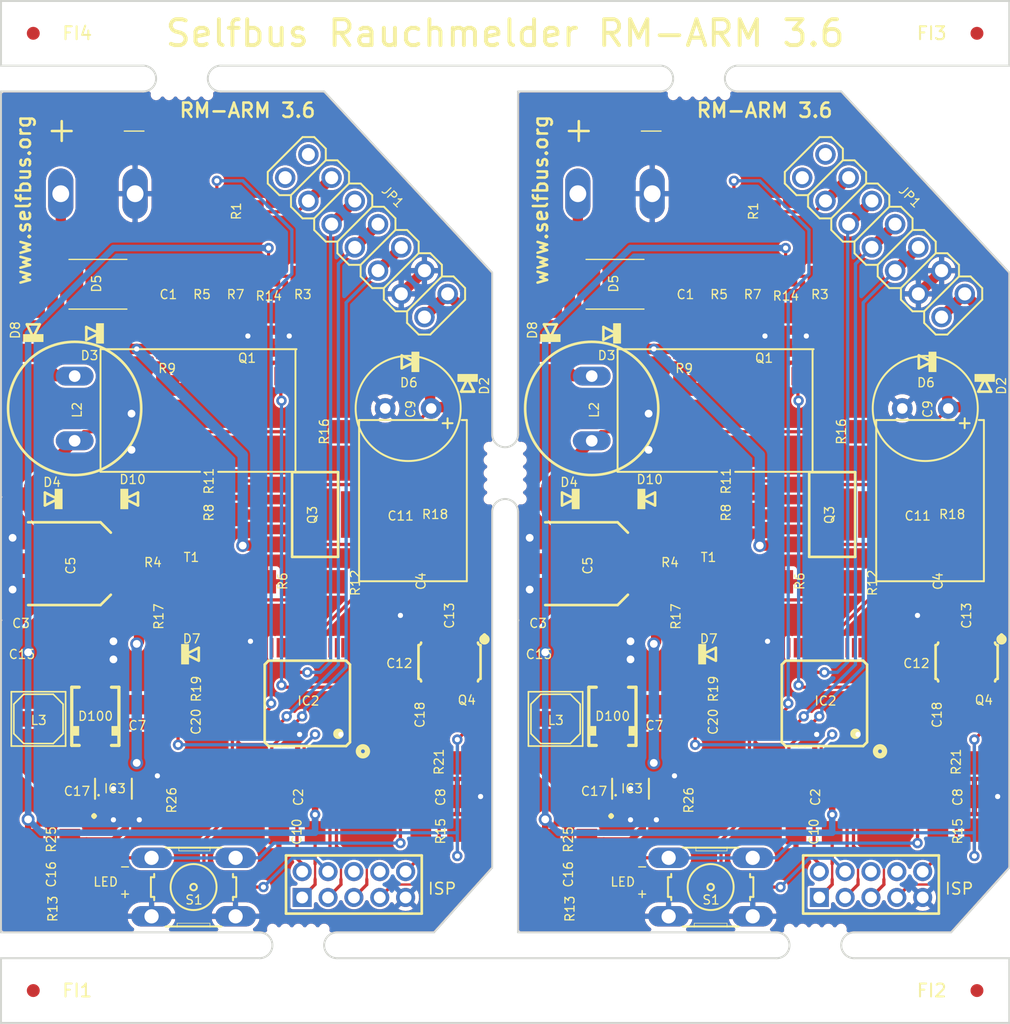
<source format=kicad_pcb>
(kicad_pcb (version 20171130) (host pcbnew 5.0.0-rc2-dev-unknown-6866c0c~65~ubuntu16.04.1)
  (layers (0 Top signal) (31 Bottom signal) (34 B.Paste user) (35 F.Paste user) (36 B.SilkS user) (37 F.SilkS user) (38 B.Mask user) (39 F.Mask user) (44 Edge.Cuts user))
  (net 0 "")
  (net 1 GND)
  (net 2 "Net-(C1-Pad2)")
  (net 3 "Net-(C1-Pad1)")
  (net 4 /EIB_OUT)
  (net 5 "Net-(C4-Pad1)")
  (net 6 "Net-(R12-Pad2)")
  (net 7 /PROG)
  (net 8 "Net-(R4-Pad1)")
  (net 9 "Net-(D10-PadA)")
  (net 10 "Net-(C11-Pad2)")
  (net 11 "Net-(D8-PadC)")
  (net 12 "Net-(JP1-Pad14)")
  (net 13 "Net-(JP1-Pad13)")
  (net 14 "Net-(JP1-Pad11)")
  (net 15 /LT5)
  (net 16 /TXD)
  (net 17 /RXD)
  (net 18 "Net-(D2-PadC)")
  (net 19 "Net-(Q1-PadB)")
  (net 20 "Net-(Q3-Pad2)")
  (net 21 /EIB_IN)
  (net 22 "Net-(D3-PadA)")
  (net 23 /RESET)
  (net 24 "Net-(C9-Pad+)")
  (net 25 "Net-(D10-PadC)")
  (net 26 "Net-(Q3-Pad4)")
  (net 27 "Net-(IC2-Pad48)")
  (net 28 /IO14)
  (net 29 /IO15)
  (net 30 /IO13)
  (net 31 /PWM)
  (net 32 /BUS_V1)
  (net 33 /IO12)
  (net 34 /SWDIO)
  (net 35 /LT9)
  (net 36 /IO11)
  (net 37 /IO10)
  (net 38 /IO9)
  (net 39 /LT8)
  (net 40 /IO8)
  (net 41 /SWCLK)
  (net 42 /IO7)
  (net 43 /IO6)
  (net 44 /IO1)
  (net 45 /IO3)
  (net 46 /IO4)
  (net 47 /IO2)
  (net 48 /APROG)
  (net 49 /LT4)
  (net 50 /LT3)
  (net 51 /LT6)
  (net 52 /SDA)
  (net 53 /SCL)
  (net 54 /LT2)
  (net 55 /LT1)
  (net 56 /ID2)
  (net 57 /ID1)
  (net 58 /IO5)
  (net 59 "Net-(IC2-Pad7)")
  (net 60 "Net-(C12-Pad2)")
  (net 61 /ISP_EN)
  (net 62 "Net-(IC2-Pad1)")
  (net 63 "Net-(C18-Pad1)")
  (net 64 "Net-(C17-Pad1)")
  (net 65 "Net-(C16-Pad1)")
  (net 66 "Net-(C17-Pad2)")
  (net 67 "Net-(JTAG1-Pad8)")
  (net 68 "Net-(JTAG1-Pad6)")
  (net 69 /LT7)
  (net 70 "Net-(LED1-Pad2)")
  (net 71 +3V3)
  (net 72 EIB_DC)
  (module Fiducials:Fiducial_1mm_Dia_2.54mm_Outer_CopperTop (layer Top) (at 205 68)
    (fp_text reference FI3 (at -3.5 0) (layer F.SilkS))
    (fp_text value Fiducial_1mm_Dia_2.54mm_Outer_CopperTop hide)
    (pad ~ smd circle (at 0 0) (size 1 1) (layers Top F.Mask) (clearance 0.77))
  )
  (module Fiducials:Fiducial_1mm_Dia_2.54mm_Outer_CopperTop (layer Top) (at 132 68)
    (fp_text reference FI4 (at 3.4 0) (layer F.SilkS))
    (fp_text value Fiducial_1mm_Dia_2.54mm_Outer_CopperTop hide)
    (pad ~ smd circle (at 0 0) (size 1 1) (layers Top F.Mask) (clearance 0.77))
  )
  (module Fiducials:Fiducial_1mm_Dia_2.54mm_Outer_CopperTop (layer Top) (at 205 142)
    (fp_text reference FI2 (at -3.5 0) (layer F.SilkS))
    (fp_text value Fiducial_1mm_Dia_2.54mm_Outer_CopperTop hide)
    (pad ~ smd circle (at 0 0) (size 1 1) (layers Top F.Mask) (clearance 0.77))
  )
  (module Rauchmelder_3.6:C1206 (layer Top) (at 175.2 126.6 270)
    (fp_text reference C17 (at 0.4 0.9 180) (layer F.SilkS) (effects (font (size 0.7 0.7) (thickness 0.1)) (justify left bottom)))
    (fp_text value 15nF hide)
    (pad 2 smd rect (at 1.4 0 270) (size 1.6 1.8) (layers Top F.Paste F.Mask) (net 66 "Net-(C17-Pad2)"))
    (pad 1 smd rect (at -1.4 0 270) (size 1.6 1.8) (layers Top F.Paste F.Mask) (net 64 "Net-(C17-Pad1)"))
  )
  (module Rauchmelder_3.6:C1206 (layer Top) (at 184.6 121.2 180)
    (fp_text reference C20 (at -0.4 -1.1 270) (layer F.SilkS) (effects (font (size 0.7 0.7) (thickness 0.1)) (justify left bottom)))
    (fp_text value 100n hide)
    (pad 2 smd rect (at 1.4 0 180) (size 1.6 1.8) (layers Top F.Paste F.Mask) (net 32 /BUS_V1))
    (pad 1 smd rect (at -1.4 0 180) (size 1.6 1.8) (layers Top F.Paste F.Mask) (net 1 GND))
  )
  (module Rauchmelder_3.6:C1206 (layer Top) (at 192.4 129.8)
    (fp_text reference C10 (at 0.4 1 90) (layer F.SilkS) (effects (font (size 0.7 0.7) (thickness 0.1)) (justify left bottom)))
    (fp_text value 100nF hide)
    (pad 2 smd rect (at 1.4 0) (size 1.6 1.8) (layers Top F.Paste F.Mask) (net 71 +3V3))
    (pad 1 smd rect (at -1.4 0) (size 1.6 1.8) (layers Top F.Paste F.Mask) (net 1 GND))
  )
  (module Rauchmelder_3.6:Mousebite-2mm (layer Top) (at 192.5 138.5)
    (fp_text reference REF** hide)
    (fp_text value Mousebite-2mm hide)
    (pad "" np_thru_hole circle (at -2 -1.25) (size 0.5 0.5) (drill 0.5) (layers *.Cu))
    (pad "" np_thru_hole circle (at 2 -1.25) (size 0.5 0.5) (drill 0.5) (layers *.Cu))
    (pad "" np_thru_hole circle (at -1 -1.25) (size 0.5 0.5) (drill 0.5) (layers *.Cu))
    (pad "" np_thru_hole circle (at 0 -1.25) (size 0.5 0.5) (drill 0.5) (layers *.Cu))
    (pad "" np_thru_hole circle (at 1 -1.25) (size 0.5 0.5) (drill 0.5) (layers *.Cu))
    (pad "" np_thru_hole circle (at -2 1.25) (size 0.5 0.5) (drill 0.5) (layers *.Cu))
    (pad "" np_thru_hole circle (at -1 1.25) (size 0.5 0.5) (drill 0.5) (layers *.Cu))
    (pad "" np_thru_hole circle (at 0 1.25) (size 0.5 0.5) (drill 0.5) (layers *.Cu))
    (pad "" np_thru_hole circle (at 1 1.25) (size 0.5 0.5) (drill 0.5) (layers *.Cu))
    (pad "" np_thru_hole circle (at 2 1.25) (size 0.5 0.5) (drill 0.5) (layers *.Cu))
  )
  (module Rauchmelder_3.6:C1206 (layer Top) (at 203.4 127 180)
    (fp_text reference C8 (at 0.3 0.7 90) (layer F.SilkS) (effects (font (size 0.7 0.7) (thickness 0.1)) (justify right top)))
    (fp_text value 10n hide)
    (pad 2 smd rect (at 1.4 0 180) (size 1.6 1.8) (layers Top F.Paste F.Mask) (net 23 /RESET))
    (pad 1 smd rect (at -1.4 0 180) (size 1.6 1.8) (layers Top F.Paste F.Mask) (net 1 GND))
  )
  (module Rauchmelder_3.6:C1206 (layer Top) (at 201.8 120.6 180)
    (fp_text reference C18 (at 0.3 1 90) (layer F.SilkS) (effects (font (size 0.7 0.7) (thickness 0.1)) (justify right top)))
    (fp_text value 100p hide)
    (pad 2 smd rect (at 1.4 0 180) (size 1.6 1.8) (layers Top F.Paste F.Mask) (net 60 "Net-(C12-Pad2)"))
    (pad 1 smd rect (at -1.4 0 180) (size 1.6 1.8) (layers Top F.Paste F.Mask) (net 63 "Net-(C18-Pad1)"))
  )
  (module Rauchmelder_3.6:C1206 (layer Top) (at 174.6 116.2 180)
    (fp_text reference C15 (at 2.4 0.6) (layer F.SilkS) (effects (font (size 0.7 0.7) (thickness 0.1)) (justify right top)))
    (fp_text value 22µ/10V hide)
    (pad 2 smd rect (at 1.4 0 180) (size 1.6 1.8) (layers Top F.Paste F.Mask) (net 71 +3V3))
    (pad 1 smd rect (at -1.4 0 180) (size 1.6 1.8) (layers Top F.Paste F.Mask) (net 1 GND))
  )
  (module Rauchmelder_3.6:C1206 (layer Top) (at 174.6 113.8 180)
    (fp_text reference C3 (at 2.8 0.6) (layer F.SilkS) (effects (font (size 0.7 0.7) (thickness 0.1)) (justify right top)))
    (fp_text value 100n hide)
    (pad 2 smd rect (at 1.4 0 180) (size 1.6 1.8) (layers Top F.Paste F.Mask) (net 71 +3V3))
    (pad 1 smd rect (at -1.4 0 180) (size 1.6 1.8) (layers Top F.Paste F.Mask) (net 1 GND))
  )
  (module Rauchmelder_3.6:Mousebite-2mm (layer Top) (at 183.5 71.5)
    (fp_text reference REF** hide)
    (fp_text value Mousebite-2mm hide)
    (pad "" np_thru_hole circle (at -2 -1.25) (size 0.5 0.5) (drill 0.5) (layers *.Cu))
    (pad "" np_thru_hole circle (at 2 -1.25) (size 0.5 0.5) (drill 0.5) (layers *.Cu))
    (pad "" np_thru_hole circle (at -1 -1.25) (size 0.5 0.5) (drill 0.5) (layers *.Cu))
    (pad "" np_thru_hole circle (at 0 -1.25) (size 0.5 0.5) (drill 0.5) (layers *.Cu))
    (pad "" np_thru_hole circle (at 1 -1.25) (size 0.5 0.5) (drill 0.5) (layers *.Cu))
    (pad "" np_thru_hole circle (at -2 1.25) (size 0.5 0.5) (drill 0.5) (layers *.Cu))
    (pad "" np_thru_hole circle (at -1 1.25) (size 0.5 0.5) (drill 0.5) (layers *.Cu))
    (pad "" np_thru_hole circle (at 0 1.25) (size 0.5 0.5) (drill 0.5) (layers *.Cu))
    (pad "" np_thru_hole circle (at 1 1.25) (size 0.5 0.5) (drill 0.5) (layers *.Cu))
    (pad "" np_thru_hole circle (at 2 1.25) (size 0.5 0.5) (drill 0.5) (layers *.Cu))
  )
  (module Rauchmelder_3.6:MINIMELF (layer Top) (at 176.6 91.2 180)
    (fp_text reference D3 (at -0.5 -1.3) (layer F.SilkS) (effects (font (size 0.7 0.7) (thickness 0.1)) (justify right top)))
    (fp_text value 1N4148 hide)
    (pad C smd rect (at -1.7 0 180) (size 1.4 1.8) (layers Top F.Paste F.Mask) (net 3 "Net-(C1-Pad1)"))
    (pad A smd rect (at 1.7 0 180) (size 1.4 1.8) (layers Top F.Paste F.Mask) (net 22 "Net-(D3-PadA)"))
  )
  (module Rauchmelder_3.6:R1206 (layer Top) (at 184.6 118.6)
    (fp_text reference R19 (at -0.4 -1 90) (layer F.SilkS) (effects (font (size 0.7 0.7) (thickness 0.1)) (justify right top)))
    (fp_text value 10k hide)
    (pad 1 smd rect (at -1.422 0) (size 1.6 1.803) (layers Top F.Paste F.Mask) (net 32 /BUS_V1))
    (pad 2 smd rect (at 1.422 0) (size 1.6 1.803) (layers Top F.Paste F.Mask) (net 1 GND))
  )
  (module Rauchmelder_3.6:R1206 (layer Top) (at 173.4 130.4 180)
    (fp_text reference R25 (at -0.4 -1 90) (layer F.SilkS) (effects (font (size 0.7 0.7) (thickness 0.1)) (justify left bottom)))
    (fp_text value 2k4 hide)
    (pad 1 smd rect (at -1.422 0 180) (size 1.6 1.803) (layers Top F.Paste F.Mask) (net 65 "Net-(C16-Pad1)"))
    (pad 2 smd rect (at 1.422 0 180) (size 1.6 1.803) (layers Top F.Paste F.Mask) (net 71 +3V3))
  )
  (module Rauchmelder_3.6:R1206 (layer Top) (at 190.2 88.2 90)
    (fp_text reference R14 (at 0.3 1.1 180) (layer F.SilkS) (effects (font (size 0.7 0.7) (thickness 0.1)) (justify right top)))
    (fp_text value 82k hide)
    (pad 1 smd rect (at -1.422 0 90) (size 1.6 1.803) (layers Top F.Paste F.Mask) (net 19 "Net-(Q1-PadB)"))
    (pad 2 smd rect (at 1.422 0 90) (size 1.6 1.803) (layers Top F.Paste F.Mask) (net 71 +3V3))
  )
  (module Rauchmelder_3.6:R1206 (layer Top) (at 187.6 88.2 270)
    (fp_text reference R7 (at 0.4 0.7) (layer F.SilkS) (effects (font (size 0.7 0.7) (thickness 0.1)) (justify left bottom)))
    (fp_text value 47k hide)
    (pad 1 smd rect (at -1.422 0 270) (size 1.6 1.803) (layers Top F.Paste F.Mask) (net 1 GND))
    (pad 2 smd rect (at 1.422 0 270) (size 1.6 1.803) (layers Top F.Paste F.Mask) (net 19 "Net-(Q1-PadB)"))
  )
  (module Rauchmelder_3.6:C1206 (layer Top) (at 200.4 116.6 270)
    (fp_text reference C12 (at -0.3 -1 180) (layer F.SilkS) (effects (font (size 0.7 0.7) (thickness 0.1)) (justify right top)))
    (fp_text value 220p hide)
    (pad 2 smd rect (at 1.4 0 270) (size 1.6 1.8) (layers Top F.Paste F.Mask) (net 60 "Net-(C12-Pad2)"))
    (pad 1 smd rect (at -1.4 0 270) (size 1.6 1.8) (layers Top F.Paste F.Mask) (net 1 GND))
  )
  (module Rauchmelder_3.6:R1206 (layer Top) (at 177.6 133.6 270)
    (fp_text reference LED1 hide)
    (fp_text value LED3MM hide)
    (pad 1 smd rect (at -1.422 0 270) (size 1.6 1.803) (layers Top F.Paste F.Mask) (net 7 /PROG))
    (pad 2 smd rect (at 1.422 0 270) (size 1.6 1.803) (layers Top F.Paste F.Mask) (net 70 "Net-(LED1-Pad2)"))
  )
  (module Rauchmelder_3.6:R1206 (layer Top) (at 203 105.2 270)
    (fp_text reference R18 (at 0.4 1) (layer F.SilkS) (effects (font (size 0.7 0.7) (thickness 0.1)) (justify left bottom)))
    (fp_text value 1k hide)
    (pad 1 smd rect (at -1.422 0 270) (size 1.6 1.803) (layers Top F.Paste F.Mask) (net 10 "Net-(C11-Pad2)"))
    (pad 2 smd rect (at 1.422 0 270) (size 1.6 1.803) (layers Top F.Paste F.Mask) (net 3 "Net-(C1-Pad1)"))
  )
  (module Rauchmelder_3.6:R1206 (layer Top) (at 173.4 135.6)
    (fp_text reference R13 (at -0.3 -1 90) (layer F.SilkS) (effects (font (size 0.7 0.7) (thickness 0.1)) (justify right top)))
    (fp_text value 1k hide)
    (pad 1 smd rect (at -1.422 0) (size 1.6 1.803) (layers Top F.Paste F.Mask) (net 71 +3V3))
    (pad 2 smd rect (at 1.422 0) (size 1.6 1.803) (layers Top F.Paste F.Mask) (net 70 "Net-(LED1-Pad2)"))
  )
  (module Rauchmelder_3.6:R1206 (layer Top) (at 185 88.2 270)
    (fp_text reference R5 (at 0.4 0.7) (layer F.SilkS) (effects (font (size 0.7 0.7) (thickness 0.1)) (justify left bottom)))
    (fp_text value 10k hide)
    (pad 1 smd rect (at -1.422 0 270) (size 1.6 1.803) (layers Top F.Paste F.Mask) (net 2 "Net-(C1-Pad2)"))
    (pad 2 smd rect (at 1.422 0 270) (size 1.6 1.803) (layers Top F.Paste F.Mask) (net 19 "Net-(Q1-PadB)"))
  )
  (module Rauchmelder_3.6:R1206 (layer Top) (at 187.6 81.8 180)
    (fp_text reference R1 (at 0.3 0.8 90) (layer F.SilkS) (effects (font (size 0.7 0.7) (thickness 0.1)) (justify right top)))
    (fp_text value 10k hide)
    (pad 1 smd rect (at -1.422 0 180) (size 1.6 1.803) (layers Top F.Paste F.Mask) (net 14 "Net-(JP1-Pad11)"))
    (pad 2 smd rect (at 1.422 0 180) (size 1.6 1.803) (layers Top F.Paste F.Mask) (net 39 /LT8))
  )
  (module Rauchmelder_3.6:R1206 (layer Top) (at 203.4 129.6 180)
    (fp_text reference R15 (at 0.3 1 90) (layer F.SilkS) (effects (font (size 0.7 0.7) (thickness 0.1)) (justify right top)))
    (fp_text value 100k hide)
    (pad 1 smd rect (at -1.422 0 180) (size 1.6 1.803) (layers Top F.Paste F.Mask) (net 71 +3V3))
    (pad 2 smd rect (at 1.422 0 180) (size 1.6 1.803) (layers Top F.Paste F.Mask) (net 23 /RESET))
  )
  (module Rauchmelder_3.6:R1206 (layer Top) (at 192.8 88.2 90)
    (fp_text reference R3 (at -0.4 -0.7 180) (layer F.SilkS) (effects (font (size 0.7 0.7) (thickness 0.1)) (justify left bottom)))
    (fp_text value 10k hide)
    (pad 1 smd rect (at -1.422 0 90) (size 1.6 1.803) (layers Top F.Paste F.Mask) (net 21 /EIB_IN))
    (pad 2 smd rect (at 1.422 0 90) (size 1.6 1.803) (layers Top F.Paste F.Mask) (net 71 +3V3))
  )
  (module Rauchmelder_3.6:SOT223 (layer Top) (at 193.8 105.2 270)
    (fp_text reference Q3 (at 0.8 -0.2 90) (layer F.SilkS) (effects (font (size 0.7 0.7) (thickness 0.1)) (justify left bottom)))
    (fp_text value BCP52 hide)
    (pad 4 smd rect (at 0 -3.099 270) (size 3.6 2.2) (layers Top F.Paste F.Mask) (net 26 "Net-(Q3-Pad4)"))
    (pad 3 smd rect (at 2.3114 3.0988 270) (size 1.2192 2.2352) (layers Top F.Paste F.Mask) (net 3 "Net-(C1-Pad1)"))
    (pad 2 smd rect (at 0 3.0988 270) (size 1.2192 2.2352) (layers Top F.Paste F.Mask) (net 20 "Net-(Q3-Pad2)"))
    (pad 1 smd rect (at -2.3114 3.0988 270) (size 1.2192 2.2352) (layers Top F.Paste F.Mask) (net 10 "Net-(C11-Pad2)"))
  )
  (module Rauchmelder_3.6:R1206 (layer Top) (at 203.4 124.4)
    (fp_text reference R21 (at 0.4 1 90) (layer F.SilkS) (effects (font (size 0.7 0.7) (thickness 0.1)) (justify left bottom)))
    (fp_text value 100k hide)
    (pad 1 smd rect (at -1.422 0) (size 1.6 1.803) (layers Top F.Paste F.Mask) (net 61 /ISP_EN))
    (pad 2 smd rect (at 1.422 0) (size 1.6 1.803) (layers Top F.Paste F.Mask) (net 71 +3V3))
  )
  (module Rauchmelder_3.6:R1206 (layer Top) (at 182.4 93.8 90)
    (fp_text reference R9 (at 0.3 0.7 180) (layer F.SilkS) (effects (font (size 0.7 0.7) (thickness 0.1)) (justify right top)))
    (fp_text value 100k hide)
    (pad 1 smd rect (at -1.422 0 90) (size 1.6 1.803) (layers Top F.Paste F.Mask) (net 1 GND))
    (pad 2 smd rect (at 1.422 0 90) (size 1.6 1.803) (layers Top F.Paste F.Mask) (net 3 "Net-(C1-Pad1)"))
  )
  (module Rauchmelder_3.6:R1206 (layer Top) (at 196.8 110.4 180)
    (fp_text reference R12 (at 0.3 1 90) (layer F.SilkS) (effects (font (size 0.7 0.7) (thickness 0.1)) (justify right top)))
    (fp_text value 5k6 hide)
    (pad 1 smd rect (at -1.422 0 180) (size 1.6 1.803) (layers Top F.Paste F.Mask) (net 5 "Net-(C4-Pad1)"))
    (pad 2 smd rect (at 1.422 0 180) (size 1.6 1.803) (layers Top F.Paste F.Mask) (net 6 "Net-(R12-Pad2)"))
  )
  (module Rauchmelder_3.6:R1206 (layer Top) (at 191.4 110.4)
    (fp_text reference R6 (at 0.3 0.7 90) (layer F.SilkS) (effects (font (size 0.7 0.7) (thickness 0.1)) (justify left bottom)))
    (fp_text value 100k hide)
    (pad 1 smd rect (at -1.422 0) (size 1.6 1.803) (layers Top F.Paste F.Mask) (net 1 GND))
    (pad 2 smd rect (at 1.422 0) (size 1.6 1.803) (layers Top F.Paste F.Mask) (net 6 "Net-(R12-Pad2)"))
  )
  (module Rauchmelder_3.6:2X07 (layer Top) (at 197.7712 83.6536 135)
    (fp_text reference JP1 (at 1.714593 3.169535 135) (layer F.SilkS) (effects (font (size 0.7 0.7) (thickness 0.1)) (justify left bottom)))
    (fp_text value PINHD-2X7 hide)
    (pad 1 thru_hole circle (at -7.62 1.27 135) (size 1.5748 1.5748) (drill 1.016) (layers *.Cu *.Mask) (net 18 "Net-(D2-PadC)"))
    (pad 2 thru_hole circle (at -7.62 -1.27 135) (size 1.5748 1.5748) (drill 1.016) (layers *.Cu *.Mask) (net 18 "Net-(D2-PadC)"))
    (pad 3 thru_hole circle (at -5.08 1.27 135) (size 1.5748 1.5748) (drill 1.016) (layers *.Cu *.Mask) (net 1 GND))
    (pad 4 thru_hole circle (at -5.08 -1.27 135) (size 1.5748 1.5748) (drill 1.016) (layers *.Cu *.Mask) (net 1 GND))
    (pad 5 thru_hole circle (at -2.54 1.27 135) (size 1.5748 1.5748) (drill 1.016) (layers *.Cu *.Mask) (net 17 /RXD))
    (pad 6 thru_hole circle (at -2.54 -1.27 135) (size 1.5748 1.5748) (drill 1.016) (layers *.Cu *.Mask) (net 17 /RXD))
    (pad 7 thru_hole circle (at 0 1.270001 135) (size 1.5748 1.5748) (drill 1.016) (layers *.Cu *.Mask) (net 16 /TXD))
    (pad 8 thru_hole circle (at 0 -1.270001 135) (size 1.5748 1.5748) (drill 1.016) (layers *.Cu *.Mask) (net 16 /TXD))
    (pad 9 thru_hole circle (at 2.54 1.27 135) (size 1.5748 1.5748) (drill 1.016) (layers *.Cu *.Mask) (net 15 /LT5))
    (pad 10 thru_hole circle (at 2.54 -1.27 135) (size 1.5748 1.5748) (drill 1.016) (layers *.Cu *.Mask) (net 15 /LT5))
    (pad 11 thru_hole circle (at 5.08 1.27 135) (size 1.5748 1.5748) (drill 1.016) (layers *.Cu *.Mask) (net 14 "Net-(JP1-Pad11)"))
    (pad 12 thru_hole circle (at 5.08 -1.27 135) (size 1.5748 1.5748) (drill 1.016) (layers *.Cu *.Mask) (net 14 "Net-(JP1-Pad11)"))
    (pad 13 thru_hole circle (at 7.62 1.27 135) (size 1.5748 1.5748) (drill 1.016) (layers *.Cu *.Mask) (net 13 "Net-(JP1-Pad13)"))
    (pad 14 thru_hole circle (at 7.62 -1.27 135) (size 1.5748 1.5748) (drill 1.016) (layers *.Cu *.Mask) (net 12 "Net-(JP1-Pad14)"))
  )
  (module Rauchmelder_3.6:R1206 (layer Top) (at 194.4 98.8 180)
    (fp_text reference R16 (at 0.3 1.1 90) (layer F.SilkS) (effects (font (size 0.7 0.7) (thickness 0.1)) (justify right top)))
    (fp_text value 22k hide)
    (pad 1 smd rect (at -1.422 0 180) (size 1.6 1.803) (layers Top F.Paste F.Mask) (net 24 "Net-(C9-Pad+)"))
    (pad 2 smd rect (at 1.422 0 180) (size 1.6 1.803) (layers Top F.Paste F.Mask) (net 72 EIB_DC))
  )
  (module Rauchmelder_3.6:C1206K (layer Top) (at 180.2 121.4 270)
    (fp_text reference C7 (at -0.3 -0.6 180) (layer F.SilkS) (effects (font (size 0.7 0.7) (thickness 0.1)) (justify right top)))
    (fp_text value 4.7µF/50V hide)
    (pad 1 smd rect (at -1.5 0 270) (size 1.5 2) (layers Top F.Paste F.Mask) (net 1 GND))
    (pad 2 smd rect (at 1.5 0 270) (size 1.5 2) (layers Top F.Paste F.Mask) (net 72 EIB_DC))
  )
  (module Rauchmelder_3.6:SANYO-OSCON_SMD_C6 (layer Top) (at 174.8 109)
    (fp_text reference C5 (at 0.5 0.9 90) (layer F.SilkS) (effects (font (size 0.7 0.7) (thickness 0.1)) (justify left bottom)))
    (fp_text value 100µ hide)
    (pad - smd rect (at -2.8 0) (size 3.5 1.6) (layers Top F.Paste F.Mask) (net 1 GND))
    (pad + smd rect (at 2.8 0) (size 3.5 1.6) (layers Top F.Paste F.Mask) (net 72 EIB_DC))
  )
  (module Rauchmelder_3.6:SOT23-BEC (layer Top) (at 190.2 93.4)
    (fp_text reference Q1 (at -0.9 -0.7 -180) (layer F.SilkS) (effects (font (size 0.7 0.7) (thickness 0.1)) (justify right top)))
    (fp_text value BC856 hide)
    (pad C smd rect (at 0 -1.1) (size 1 1.4) (layers Top F.Paste F.Mask) (net 1 GND))
    (pad E smd rect (at 0.95 1.1) (size 1 1.4) (layers Top F.Paste F.Mask) (net 21 /EIB_IN))
    (pad B smd rect (at -0.95 1.1) (size 1 1.4) (layers Top F.Paste F.Mask) (net 19 "Net-(Q1-PadB)"))
  )
  (module Rauchmelder_3.6:C1206 (layer Top) (at 182.4 88.2 90)
    (fp_text reference C1 (at -0.4 -0.7 180) (layer F.SilkS) (effects (font (size 0.7 0.7) (thickness 0.1)) (justify left bottom)))
    (fp_text value 100n hide)
    (pad 2 smd rect (at 1.4 0 90) (size 1.6 1.8) (layers Top F.Paste F.Mask) (net 2 "Net-(C1-Pad2)"))
    (pad 1 smd rect (at -1.4 0 90) (size 1.6 1.8) (layers Top F.Paste F.Mask) (net 3 "Net-(C1-Pad1)"))
  )
  (module Rauchmelder_3.6:MINIMELF (layer Top) (at 179.6 104)
    (fp_text reference D10 (at -1 -1.1) (layer F.SilkS) (effects (font (size 0.7 0.7) (thickness 0.1)) (justify left bottom)))
    (fp_text value 7,5V hide)
    (pad A smd rect (at 1.7 0) (size 1.4 1.8) (layers Top F.Paste F.Mask) (net 9 "Net-(D10-PadA)"))
    (pad C smd rect (at -1.7 0) (size 1.4 1.8) (layers Top F.Paste F.Mask) (net 25 "Net-(D10-PadC)"))
  )
  (module Rauchmelder_3.6:MINIMELF (layer Top) (at 173.4 104 180)
    (fp_text reference D4 (at -0.8 1.7) (layer F.SilkS) (effects (font (size 0.7 0.7) (thickness 0.1)) (justify right top)))
    (fp_text value 1N4148 hide)
    (pad A smd rect (at 1.7 0 180) (size 1.4 1.8) (layers Top F.Paste F.Mask) (net 72 EIB_DC))
    (pad C smd rect (at -1.7 0 180) (size 1.4 1.8) (layers Top F.Paste F.Mask) (net 25 "Net-(D10-PadC)"))
  )
  (module Rauchmelder_3.6:SMA (layer Top) (at 176.8 120.8 90)
    (fp_text reference D100 (at -0.4 -1.4 180) (layer F.SilkS) (effects (font (size 0.7 0.7) (thickness 0.1)) (justify left bottom)))
    (fp_text value MBRS1100 hide)
    (pad C smd rect (at -2 0 90) (size 2 2) (layers Top F.Paste F.Mask) (net 64 "Net-(C17-Pad1)"))
    (pad A smd rect (at 2 0 90) (size 2 2) (layers Top F.Paste F.Mask) (net 1 GND))
  )
  (module Rauchmelder_3.6:E3,5-8 (layer Top) (at 201 97 180)
    (fp_text reference C9 (at -0.6 -0.8 90) (layer F.SilkS) (effects (font (size 0.7 0.7) (thickness 0.1)) (justify left bottom)))
    (fp_text value 330µ hide)
    (pad - thru_hole circle (at 1.778 0 180) (size 1.6002 1.6002) (drill 0.8128) (layers *.Cu *.Mask) (net 1 GND))
    (pad + thru_hole circle (at -1.778 0 180) (size 1.6002 1.6002) (drill 0.8128) (layers *.Cu *.Mask) (net 24 "Net-(C9-Pad+)"))
  )
  (module Rauchmelder_3.6:C1206 (layer Top) (at 200.4 105.2 90)
    (fp_text reference C11 (at 0.3 1.1 180) (layer F.SilkS) (effects (font (size 0.7 0.7) (thickness 0.1)) (justify right top)))
    (fp_text value 10n hide)
    (pad 2 smd rect (at 1.4 0 90) (size 1.6 1.8) (layers Top F.Paste F.Mask) (net 10 "Net-(C11-Pad2)"))
    (pad 1 smd rect (at -1.4 0 90) (size 1.6 1.8) (layers Top F.Paste F.Mask) (net 3 "Net-(C1-Pad1)"))
  )
  (module Rauchmelder_3.6:R1206 (layer Top) (at 185.6 105.2)
    (fp_text reference R8 (at 0.4 0.6 90) (layer F.SilkS) (effects (font (size 0.7 0.7) (thickness 0.1)) (justify left bottom)))
    (fp_text value 5R6 hide)
    (pad 1 smd rect (at -1.422 0) (size 1.6 1.803) (layers Top F.Paste F.Mask) (net 1 GND))
    (pad 2 smd rect (at 1.422 0) (size 1.6 1.803) (layers Top F.Paste F.Mask) (net 20 "Net-(Q3-Pad2)"))
  )
  (module Rauchmelder_3.6:B3F-10XX (layer Top) (at 184.4 134 180)
    (fp_text reference S1 (at 0.7 -1.4) (layer F.SilkS) (effects (font (size 0.7 0.7) (thickness 0.1)) (justify left bottom)))
    (fp_text value 10-XX hide)
    (pad 1 thru_hole oval (at -3.2512 -2.2606 180) (size 3.1496 1.5748) (drill 1.1) (layers *.Cu *.Mask) (net 1 GND))
    (pad 3 thru_hole oval (at -3.2512 2.2606 180) (size 3.1496 1.5748) (drill 1.1) (layers *.Cu *.Mask) (net 7 /PROG))
    (pad 2 thru_hole oval (at 3.2512 -2.2606 180) (size 3.1496 1.5748) (drill 1.1) (layers *.Cu *.Mask) (net 1 GND))
    (pad 4 thru_hole oval (at 3.2512 2.2606 180) (size 3.1496 1.5748) (drill 1.1) (layers *.Cu *.Mask) (net 7 /PROG))
  )
  (module Rauchmelder_3.6:SMBJ (layer Top) (at 177 87.4)
    (fp_text reference D5 (at 0.3 0.7 90) (layer F.SilkS) (effects (font (size 0.7 0.7) (thickness 0.1)) (justify left bottom)))
    (fp_text value SMAJ40 hide)
    (pad C smd rect (at -2.03 0) (size 1.78 2.16) (layers Top F.Paste F.Mask) (net 22 "Net-(D3-PadA)"))
    (pad A smd rect (at 2.04 0 180) (size 1.78 2.16) (layers Top F.Paste F.Mask) (net 1 GND))
  )
  (module Rauchmelder_3.6:SOT23-6 (layer Top) (at 178.2 126.4)
    (fp_text reference IC3 (at -0.8 0.4) (layer F.SilkS) (effects (font (size 0.7 0.7) (thickness 0.1)) (justify left bottom)))
    (fp_text value BD9G101 hide)
    (pad 1 smd rect (at -0.95 1.15) (size 0.6 0.9) (layers Top F.Paste F.Mask) (net 66 "Net-(C17-Pad2)"))
    (pad 2 smd rect (at 0 1.15) (size 0.6 0.9) (layers Top F.Paste F.Mask) (net 1 GND))
    (pad 3 smd rect (at 0.95 1.15) (size 0.6 0.9) (layers Top F.Paste F.Mask) (net 65 "Net-(C16-Pad1)"))
    (pad 4 smd rect (at 0.95 -1.15) (size 0.6 0.9) (layers Top F.Paste F.Mask) (net 72 EIB_DC))
    (pad 5 smd rect (at 0 -1.15) (size 0.6 0.9) (layers Top F.Paste F.Mask) (net 72 EIB_DC))
    (pad 6 smd rect (at -0.95 -1.15) (size 0.6 0.9) (layers Top F.Paste F.Mask) (net 64 "Net-(C17-Pad1)"))
  )
  (module Rauchmelder_3.6:LQFP48 (layer Top) (at 193.2 119.8 180)
    (fp_text reference IC2 (at -1 0.6 180) (layer F.SilkS) (effects (font (size 0.7 0.7) (thickness 0.1)) (justify right top)))
    (fp_text value LPC1115 hide)
    (pad 1 smd rect (at -4.3 -2.75 180) (size 1.5 0.25) (layers Top F.Paste F.Mask) (net 62 "Net-(IC2-Pad1)"))
    (pad 2 smd rect (at -4.3 -2.25 180) (size 1.5 0.25) (layers Top F.Paste F.Mask) (net 7 /PROG))
    (pad 3 smd rect (at -4.3 -1.75 180) (size 1.5 0.25) (layers Top F.Paste F.Mask) (net 23 /RESET))
    (pad 4 smd rect (at -4.3 -1.25 180) (size 1.5 0.25) (layers Top F.Paste F.Mask) (net 61 /ISP_EN))
    (pad 5 smd rect (at -4.3 -0.75 180) (size 1.5 0.25) (layers Top F.Paste F.Mask) (net 1 GND))
    (pad 6 smd rect (at -4.3 -0.25 180) (size 1.5 0.25) (layers Top F.Paste F.Mask) (net 60 "Net-(C12-Pad2)"))
    (pad 7 smd rect (at -4.3 0.25 180) (size 1.5 0.25) (layers Top F.Paste F.Mask) (net 59 "Net-(IC2-Pad7)"))
    (pad 8 smd rect (at -4.3 0.75 180) (size 1.5 0.25) (layers Top F.Paste F.Mask) (net 71 +3V3))
    (pad 9 smd rect (at -4.3 1.25 180) (size 1.5 0.25) (layers Top F.Paste F.Mask) (net 21 /EIB_IN))
    (pad 10 smd rect (at -4.3 1.75 180) (size 1.5 0.25) (layers Top F.Paste F.Mask) (net 58 /IO5))
    (pad 11 smd rect (at -4.3 2.25 180) (size 1.5 0.25) (layers Top F.Paste F.Mask) (net 57 /ID1))
    (pad 12 smd rect (at -4.3 2.75 180) (size 1.5 0.25) (layers Top F.Paste F.Mask) (net 56 /ID2))
    (pad 13 smd rect (at -2.75 4.3 180) (size 0.25 1.5) (layers Top F.Paste F.Mask) (net 55 /LT1))
    (pad 14 smd rect (at -2.25 4.3 180) (size 0.25 1.5) (layers Top F.Paste F.Mask) (net 54 /LT2))
    (pad 15 smd rect (at -1.75 4.3 180) (size 0.25 1.5) (layers Top F.Paste F.Mask) (net 53 /SCL))
    (pad 16 smd rect (at -1.25 4.3 180) (size 0.25 1.5) (layers Top F.Paste F.Mask) (net 52 /SDA))
    (pad 17 smd rect (at -0.75 4.3 180) (size 0.25 1.5) (layers Top F.Paste F.Mask) (net 4 /EIB_OUT))
    (pad 18 smd rect (at -0.25 4.3 180) (size 0.25 1.5) (layers Top F.Paste F.Mask) (net 51 /LT6))
    (pad 19 smd rect (at 0.25 4.3 180) (size 0.25 1.5) (layers Top F.Paste F.Mask) (net 50 /LT3))
    (pad 20 smd rect (at 0.75 4.3 180) (size 0.25 1.5) (layers Top F.Paste F.Mask) (net 49 /LT4))
    (pad 21 smd rect (at 1.25 4.3 180) (size 0.25 1.5) (layers Top F.Paste F.Mask) (net 15 /LT5))
    (pad 22 smd rect (at 1.75 4.3 180) (size 0.25 1.5) (layers Top F.Paste F.Mask) (net 48 /APROG))
    (pad 23 smd rect (at 2.25 4.3 180) (size 0.25 1.5) (layers Top F.Paste F.Mask) (net 47 /IO2))
    (pad 24 smd rect (at 2.75 4.3 180) (size 0.25 1.5) (layers Top F.Paste F.Mask) (net 46 /IO4))
    (pad 25 smd rect (at 4.3 2.75 180) (size 1.5 0.25) (layers Top F.Paste F.Mask) (net 45 /IO3))
    (pad 26 smd rect (at 4.3 2.25 180) (size 1.5 0.25) (layers Top F.Paste F.Mask) (net 44 /IO1))
    (pad 27 smd rect (at 4.3 1.75 180) (size 1.5 0.25) (layers Top F.Paste F.Mask) (net 43 /IO6))
    (pad 28 smd rect (at 4.3 1.25 180) (size 1.5 0.25) (layers Top F.Paste F.Mask) (net 42 /IO7))
    (pad 29 smd rect (at 4.3 0.75 180) (size 1.5 0.25) (layers Top F.Paste F.Mask) (net 41 /SWCLK))
    (pad 30 smd rect (at 4.3 0.25 180) (size 1.5 0.25) (layers Top F.Paste F.Mask) (net 69 /LT7))
    (pad 31 smd rect (at 4.3 -0.25 180) (size 1.5 0.25) (layers Top F.Paste F.Mask) (net 40 /IO8))
    (pad 32 smd rect (at 4.3 -0.75 180) (size 1.5 0.25) (layers Top F.Paste F.Mask) (net 39 /LT8))
    (pad 33 smd rect (at 4.3 -1.25 180) (size 1.5 0.25) (layers Top F.Paste F.Mask) (net 38 /IO9))
    (pad 34 smd rect (at 4.3 -1.75 180) (size 1.5 0.25) (layers Top F.Paste F.Mask) (net 37 /IO10))
    (pad 35 smd rect (at 4.3 -2.25 180) (size 1.5 0.25) (layers Top F.Paste F.Mask) (net 36 /IO11))
    (pad 36 smd rect (at 4.3 -2.75 180) (size 1.5 0.25) (layers Top F.Paste F.Mask) (net 16 /TXD))
    (pad 37 smd rect (at 2.75 -4.3 180) (size 0.25 1.5) (layers Top F.Paste F.Mask) (net 17 /RXD))
    (pad 38 smd rect (at 2.25 -4.3 180) (size 0.25 1.5) (layers Top F.Paste F.Mask) (net 35 /LT9))
    (pad 39 smd rect (at 1.75 -4.3 180) (size 0.25 1.5) (layers Top F.Paste F.Mask) (net 34 /SWDIO))
    (pad 40 smd rect (at 1.25 -4.3 180) (size 0.25 1.5) (layers Top F.Paste F.Mask) (net 33 /IO12))
    (pad 41 smd rect (at 0.75 -4.3 180) (size 0.25 1.5) (layers Top F.Paste F.Mask) (net 1 GND))
    (pad 42 smd rect (at 0.25 -4.3 180) (size 0.25 1.5) (layers Top F.Paste F.Mask) (net 32 /BUS_V1))
    (pad 43 smd rect (at -0.25 -4.3 180) (size 0.25 1.5) (layers Top F.Paste F.Mask) (net 31 /PWM))
    (pad 44 smd rect (at -0.75 -4.3 180) (size 0.25 1.5) (layers Top F.Paste F.Mask) (net 71 +3V3))
    (pad 45 smd rect (at -1.25 -4.3 180) (size 0.25 1.5) (layers Top F.Paste F.Mask) (net 30 /IO13))
    (pad 46 smd rect (at -1.75 -4.3 180) (size 0.25 1.5) (layers Top F.Paste F.Mask) (net 29 /IO15))
    (pad 47 smd rect (at -2.25 -4.3 180) (size 0.25 1.5) (layers Top F.Paste F.Mask) (net 28 /IO14))
    (pad 48 smd rect (at -2.75 -4.3 180) (size 0.25 1.5) (layers Top F.Paste F.Mask) (net 27 "Net-(IC2-Pad48)"))
  )
  (module Rauchmelder_3.6:BS11 (layer Top) (at 175.2 97 270)
    (fp_text reference L2 (at 0.8 -0.6 90) (layer F.SilkS) (effects (font (size 0.7 0.7) (thickness 0.1)) (justify left bottom)))
    (fp_text value 150mH hide)
    (pad 1 thru_hole oval (at -2.5 0) (size 2.9176 1.4588) (drill 0.9) (layers *.Cu *.Mask) (net 11 "Net-(D8-PadC)"))
    (pad 2 thru_hole oval (at 2.5 0) (size 2.9176 1.4588) (drill 0.9) (layers *.Cu *.Mask) (net 72 EIB_DC))
  )
  (module Rauchmelder_3.6:MINIMELF (layer Top) (at 205.6 95.2 270)
    (fp_text reference D2 (at 0.8 -1.7 90) (layer F.SilkS) (effects (font (size 0.7 0.7) (thickness 0.1)) (justify left bottom)))
    (fp_text value BAT46 hide)
    (pad C smd rect (at -1.7 0 270) (size 1.4 1.8) (layers Top F.Paste F.Mask) (net 18 "Net-(D2-PadC)"))
    (pad A smd rect (at 1.7 0 270) (size 1.4 1.8) (layers Top F.Paste F.Mask) (net 24 "Net-(C9-Pad+)"))
  )
  (module Rauchmelder_3.6:2X05M (layer Top) (at 196.8012 133.8036)
    (fp_text reference JTAG1 hide)
    (fp_text value J hide)
    (pad 10 thru_hole circle (at 4 -1) (size 1.4732 1.4732) (drill 0.9144) (layers *.Cu *.Mask) (net 23 /RESET))
    (pad 9 thru_hole circle (at 4 1) (size 1.4732 1.4732) (drill 0.9144) (layers *.Cu *.Mask) (net 1 GND))
    (pad 8 thru_hole circle (at 2 -1) (size 1.4732 1.4732) (drill 0.9144) (layers *.Cu *.Mask) (net 67 "Net-(JTAG1-Pad8)"))
    (pad 7 thru_hole circle (at 2 1) (size 1.4732 1.4732) (drill 0.9144) (layers *.Cu *.Mask) (net 61 /ISP_EN))
    (pad 6 thru_hole circle (at 0 -1) (size 1.4732 1.4732) (drill 0.9144) (layers *.Cu *.Mask) (net 68 "Net-(JTAG1-Pad6)"))
    (pad 5 thru_hole circle (at 0 1) (size 1.4732 1.4732) (drill 0.9144) (layers *.Cu *.Mask) (net 28 /IO14))
    (pad 4 thru_hole circle (at -2 -1) (size 1.4732 1.4732) (drill 0.9144) (layers *.Cu *.Mask) (net 41 /SWCLK))
    (pad 3 thru_hole circle (at -2 1) (size 1.4732 1.4732) (drill 0.9144) (layers *.Cu *.Mask) (net 29 /IO15))
    (pad 2 thru_hole circle (at -4 -1) (size 1.4732 1.4732) (drill 0.9144) (layers *.Cu *.Mask) (net 34 /SWDIO))
    (pad 1 thru_hole rect (at -4 1) (size 1.4732 1.4732) (drill 0.9144) (layers *.Cu *.Mask) (net 71 +3V3))
  )
  (module Rauchmelder_3.6:PIS2812 (layer Top) (at 172.4 121 180)
    (fp_text reference L3 (at -0.7 0.3 180) (layer F.SilkS) (effects (font (size 0.7 0.7) (thickness 0.1)) (justify right top)))
    (fp_text value 6.8µH hide)
    (pad P$1 smd rect (at 0 -2.025 180) (size 3.6 2.5) (layers Top F.Paste F.Mask) (net 64 "Net-(C17-Pad1)"))
    (pad P$2 smd rect (at 0 2.025 180) (size 3.6 2.5) (layers Top F.Paste F.Mask) (net 71 +3V3))
  )
  (module Rauchmelder_3.6:MINIMELF (layer Top) (at 184.3 116)
    (fp_text reference D7 (at 0.7 -1.6 -180) (layer F.SilkS) (effects (font (size 0.7 0.7) (thickness 0.1)) (justify right top)))
    (fp_text value 3V6 hide)
    (pad C smd rect (at -1.7 0) (size 1.4 1.8) (layers Top F.Paste F.Mask) (net 32 /BUS_V1))
    (pad A smd rect (at 1.7 0) (size 1.4 1.8) (layers Top F.Paste F.Mask) (net 1 GND))
  )
  (module Rauchmelder_3.6:SOT23 (layer Top) (at 184.8 109.8 90)
    (fp_text reference T1 (at 1.7 0.1) (layer F.SilkS) (effects (font (size 0.7 0.7) (thickness 0.1)) (justify right top)))
    (fp_text value BC847C hide)
    (pad 1 smd rect (at -0.95 1.1 90) (size 1 1.4) (layers Top F.Paste F.Mask) (net 6 "Net-(R12-Pad2)"))
    (pad 2 smd rect (at 0.95 1.1 90) (size 1 1.4) (layers Top F.Paste F.Mask) (net 20 "Net-(Q3-Pad2)"))
    (pad 3 smd rect (at 0 -1.1 90) (size 1 1.4) (layers Top F.Paste F.Mask) (net 8 "Net-(R4-Pad1)"))
  )
  (module Rauchmelder_3.6:C1206 (layer Top) (at 173.4 133 180)
    (fp_text reference C16 (at -0.4 -1.1 90) (layer F.SilkS) (effects (font (size 0.7 0.7) (thickness 0.1)) (justify left bottom)))
    (fp_text value 270n hide)
    (pad 2 smd rect (at 1.4 0 180) (size 1.6 1.8) (layers Top F.Paste F.Mask) (net 71 +3V3))
    (pad 1 smd rect (at -1.4 0 180) (size 1.6 1.8) (layers Top F.Paste F.Mask) (net 65 "Net-(C16-Pad1)"))
  )
  (module Rauchmelder_3.6:R1206 (layer Top) (at 185.6 102.6 180)
    (fp_text reference R11 (at -0.4 -1.1 90) (layer F.SilkS) (effects (font (size 0.7 0.7) (thickness 0.1)) (justify left bottom)))
    (fp_text value 1k hide)
    (pad 1 smd rect (at -1.422 0 180) (size 1.6 1.803) (layers Top F.Paste F.Mask) (net 10 "Net-(C11-Pad2)"))
    (pad 2 smd rect (at 1.422 0 180) (size 1.6 1.803) (layers Top F.Paste F.Mask) (net 9 "Net-(D10-PadA)"))
  )
  (module Rauchmelder_3.6:R1206 (layer Top) (at 181.2 108.8 90)
    (fp_text reference R4 (at 0.3 0.8) (layer F.SilkS) (effects (font (size 0.7 0.7) (thickness 0.1)) (justify right top)))
    (fp_text value 2k2 hide)
    (pad 1 smd rect (at -1.422 0 90) (size 1.6 1.803) (layers Top F.Paste F.Mask) (net 8 "Net-(R4-Pad1)"))
    (pad 2 smd rect (at 1.422 0 90) (size 1.6 1.803) (layers Top F.Paste F.Mask) (net 9 "Net-(D10-PadA)"))
  )
  (module Rauchmelder_3.6:C1206 (layer Top) (at 192.4 127)
    (fp_text reference C2 (at -0.3 -0.7 90) (layer F.SilkS) (effects (font (size 0.7 0.7) (thickness 0.1)) (justify right top)))
    (fp_text value 1µF hide)
    (pad 2 smd rect (at 1.4 0) (size 1.6 1.8) (layers Top F.Paste F.Mask) (net 71 +3V3))
    (pad 1 smd rect (at -1.4 0) (size 1.6 1.8) (layers Top F.Paste F.Mask) (net 1 GND))
  )
  (module Rauchmelder_3.6:C1206 (layer Top) (at 202 110.4)
    (fp_text reference C4 (at 0.4 0.7 90) (layer F.SilkS) (effects (font (size 0.7 0.7) (thickness 0.1)) (justify left bottom)))
    (fp_text value 10n hide)
    (pad 2 smd rect (at 1.4 0) (size 1.6 1.8) (layers Top F.Paste F.Mask) (net 4 /EIB_OUT))
    (pad 1 smd rect (at -1.4 0) (size 1.6 1.8) (layers Top F.Paste F.Mask) (net 5 "Net-(C4-Pad1)"))
  )
  (module Rauchmelder_3.6:MINIMELF (layer Top) (at 172 91 90)
    (fp_text reference D8 (at 0.8 -1.8 90) (layer F.SilkS) (effects (font (size 0.7 0.7) (thickness 0.1)) (justify right top)))
    (fp_text value 1N4148 hide)
    (pad C smd rect (at -1.7 0 90) (size 1.4 1.8) (layers Top F.Paste F.Mask) (net 11 "Net-(D8-PadC)"))
    (pad A smd rect (at 1.7 0 90) (size 1.4 1.8) (layers Top F.Paste F.Mask) (net 22 "Net-(D3-PadA)"))
  )
  (module Rauchmelder_3.6:ASF (layer Top) (at 204.2 116.6 180)
    (fp_text reference Q4 (at -2.1 -2.54) (layer F.SilkS) (effects (font (size 0.7 0.7) (thickness 0.1)) (justify right top)))
    (fp_text value ASF hide)
    (pad 1 smd rect (at -1.25 1.15 180) (size 1.6 1.5) (layers Top F.Paste F.Mask) (net 71 +3V3))
    (pad 2 smd rect (at 1.25 1.15 180) (size 1.6 1.5) (layers Top F.Paste F.Mask) (net 1 GND))
    (pad 3 smd rect (at 1.25 -1.15) (size 1.6 1.5) (layers Top F.Paste F.Mask) (net 63 "Net-(C18-Pad1)"))
    (pad 4 smd rect (at -1.25 -1.15) (size 1.6 1.5) (layers Top F.Paste F.Mask) (net 71 +3V3))
  )
  (module Rauchmelder_3.6:BUSKLEMME243-724 (layer Top) (at 177 80.4 180)
    (fp_text reference U$1 hide)
    (fp_text value EIB hide)
    (pad 1 thru_hole oval (at -2.875 0 270) (size 3.9 1.95) (drill 1.3) (layers *.Cu *.Mask) (net 1 GND))
    (pad 2 thru_hole oval (at 2.875 0 270) (size 3.9 1.95) (drill 1.3) (layers *.Cu *.Mask) (net 22 "Net-(D3-PadA)"))
  )
  (module Rauchmelder_3.6:R1206 (layer Top) (at 181.6 113)
    (fp_text reference R17 (at -0.3 -1 90) (layer F.SilkS) (effects (font (size 0.7 0.7) (thickness 0.1)) (justify right top)))
    (fp_text value 91k hide)
    (pad 1 smd rect (at -1.422 0) (size 1.6 1.803) (layers Top F.Paste F.Mask) (net 72 EIB_DC))
    (pad 2 smd rect (at 1.422 0) (size 1.6 1.803) (layers Top F.Paste F.Mask) (net 32 /BUS_V1))
  )
  (module Rauchmelder_3.6:R1206 (layer Top) (at 182.6 127.2 180)
    (fp_text reference R26 (at 0.3 1 90) (layer F.SilkS) (effects (font (size 0.7 0.7) (thickness 0.1)) (justify right top)))
    (fp_text value 680R hide)
    (pad 1 smd rect (at -1.422 0 180) (size 1.6 1.803) (layers Top F.Paste F.Mask) (net 1 GND))
    (pad 2 smd rect (at 1.422 0 180) (size 1.6 1.803) (layers Top F.Paste F.Mask) (net 65 "Net-(C16-Pad1)"))
  )
  (module Rauchmelder_3.6:C1206 (layer Top) (at 204.2 113)
    (fp_text reference C13 (at 0.4 1.1 90) (layer F.SilkS) (effects (font (size 0.7 0.7) (thickness 0.1)) (justify left bottom)))
    (fp_text value 10n hide)
    (pad 2 smd rect (at 1.4 0) (size 1.6 1.8) (layers Top F.Paste F.Mask) (net 71 +3V3))
    (pad 1 smd rect (at -1.4 0) (size 1.6 1.8) (layers Top F.Paste F.Mask) (net 1 GND))
  )
  (module Rauchmelder_3.6:MINIMELF (layer Top) (at 201 93.4 180)
    (fp_text reference D6 (at -0.8 -1.2) (layer F.SilkS) (effects (font (size 0.7 0.7) (thickness 0.1)) (justify right top)))
    (fp_text value 12V hide)
    (pad C smd rect (at -1.7 0 180) (size 1.4 1.8) (layers Top F.Paste F.Mask) (net 24 "Net-(C9-Pad+)"))
    (pad A smd rect (at 1.7 0 180) (size 1.4 1.8) (layers Top F.Paste F.Mask) (net 1 GND))
  )
  (module Rauchmelder_3.6:C1206 (layer Top) (at 163.4 127 180)
    (fp_text reference C8 (at 0.3 0.7 90) (layer F.SilkS) (effects (font (size 0.7 0.7) (thickness 0.1)) (justify right top)))
    (fp_text value 10n hide)
    (pad 1 smd rect (at -1.4 0 180) (size 1.6 1.8) (layers Top F.Paste F.Mask) (net 1 GND))
    (pad 2 smd rect (at 1.4 0 180) (size 1.6 1.8) (layers Top F.Paste F.Mask) (net 23 /RESET))
  )
  (module Rauchmelder_3.6:C1206 (layer Top) (at 142.4 88.2 90)
    (fp_text reference C1 (at -0.4 -0.7 180) (layer F.SilkS) (effects (font (size 0.7 0.7) (thickness 0.1)) (justify left bottom)))
    (fp_text value 100n hide)
    (pad 1 smd rect (at -1.4 0 90) (size 1.6 1.8) (layers Top F.Paste F.Mask) (net 3 "Net-(C1-Pad1)"))
    (pad 2 smd rect (at 1.4 0 90) (size 1.6 1.8) (layers Top F.Paste F.Mask) (net 2 "Net-(C1-Pad2)"))
  )
  (module Rauchmelder_3.6:C1206 (layer Top) (at 152.4 127)
    (fp_text reference C2 (at -0.3 -0.7 90) (layer F.SilkS) (effects (font (size 0.7 0.7) (thickness 0.1)) (justify right top)))
    (fp_text value 1µF hide)
    (pad 1 smd rect (at -1.4 0) (size 1.6 1.8) (layers Top F.Paste F.Mask) (net 1 GND))
    (pad 2 smd rect (at 1.4 0) (size 1.6 1.8) (layers Top F.Paste F.Mask) (net 71 +3V3))
  )
  (module Rauchmelder_3.6:C1206 (layer Top) (at 162 110.4)
    (fp_text reference C4 (at 0.4 0.7 90) (layer F.SilkS) (effects (font (size 0.7 0.7) (thickness 0.1)) (justify left bottom)))
    (fp_text value 10n hide)
    (pad 1 smd rect (at -1.4 0) (size 1.6 1.8) (layers Top F.Paste F.Mask) (net 5 "Net-(C4-Pad1)"))
    (pad 2 smd rect (at 1.4 0) (size 1.6 1.8) (layers Top F.Paste F.Mask) (net 4 /EIB_OUT))
  )
  (module Rauchmelder_3.6:C1206 (layer Top) (at 160.4 105.2 90)
    (fp_text reference C11 (at 0.3 1.1 180) (layer F.SilkS) (effects (font (size 0.7 0.7) (thickness 0.1)) (justify right top)))
    (fp_text value 10n hide)
    (pad 1 smd rect (at -1.4 0 90) (size 1.6 1.8) (layers Top F.Paste F.Mask) (net 3 "Net-(C1-Pad1)"))
    (pad 2 smd rect (at 1.4 0 90) (size 1.6 1.8) (layers Top F.Paste F.Mask) (net 10 "Net-(C11-Pad2)"))
  )
  (module Rauchmelder_3.6:C1206 (layer Top) (at 152.4 129.8)
    (fp_text reference C10 (at 0.4 1 90) (layer F.SilkS) (effects (font (size 0.7 0.7) (thickness 0.1)) (justify left bottom)))
    (fp_text value 100nF hide)
    (pad 1 smd rect (at -1.4 0) (size 1.6 1.8) (layers Top F.Paste F.Mask) (net 1 GND))
    (pad 2 smd rect (at 1.4 0) (size 1.6 1.8) (layers Top F.Paste F.Mask) (net 71 +3V3))
  )
  (module Rauchmelder_3.6:C1206 (layer Top) (at 160.4 116.6 270)
    (fp_text reference C12 (at -0.3 -1 180) (layer F.SilkS) (effects (font (size 0.7 0.7) (thickness 0.1)) (justify right top)))
    (fp_text value 220p hide)
    (pad 1 smd rect (at -1.4 0 270) (size 1.6 1.8) (layers Top F.Paste F.Mask) (net 1 GND))
    (pad 2 smd rect (at 1.4 0 270) (size 1.6 1.8) (layers Top F.Paste F.Mask) (net 60 "Net-(C12-Pad2)"))
  )
  (module Rauchmelder_3.6:C1206 (layer Top) (at 161.8 120.6 180)
    (fp_text reference C18 (at 0.3 1 90) (layer F.SilkS) (effects (font (size 0.7 0.7) (thickness 0.1)) (justify right top)))
    (fp_text value 100p hide)
    (pad 1 smd rect (at -1.4 0 180) (size 1.6 1.8) (layers Top F.Paste F.Mask) (net 63 "Net-(C18-Pad1)"))
    (pad 2 smd rect (at 1.4 0 180) (size 1.6 1.8) (layers Top F.Paste F.Mask) (net 60 "Net-(C12-Pad2)"))
  )
  (module Rauchmelder_3.6:C1206 (layer Top) (at 164.2 113)
    (fp_text reference C13 (at 0.4 1.1 90) (layer F.SilkS) (effects (font (size 0.7 0.7) (thickness 0.1)) (justify left bottom)))
    (fp_text value 10n hide)
    (pad 1 smd rect (at -1.4 0) (size 1.6 1.8) (layers Top F.Paste F.Mask) (net 1 GND))
    (pad 2 smd rect (at 1.4 0) (size 1.6 1.8) (layers Top F.Paste F.Mask) (net 71 +3V3))
  )
  (module Rauchmelder_3.6:C1206 (layer Top) (at 144.6 121.2 180)
    (fp_text reference C20 (at -0.4 -1.1 270) (layer F.SilkS) (effects (font (size 0.7 0.7) (thickness 0.1)) (justify left bottom)))
    (fp_text value 100n hide)
    (pad 1 smd rect (at -1.4 0 180) (size 1.6 1.8) (layers Top F.Paste F.Mask) (net 1 GND))
    (pad 2 smd rect (at 1.4 0 180) (size 1.6 1.8) (layers Top F.Paste F.Mask) (net 32 /BUS_V1))
  )
  (module Rauchmelder_3.6:C1206 (layer Top) (at 134.6 116.2 180)
    (fp_text reference C15 (at 2.4 0.6) (layer F.SilkS) (effects (font (size 0.7 0.7) (thickness 0.1)) (justify right top)))
    (fp_text value 22µ/10V hide)
    (pad 1 smd rect (at -1.4 0 180) (size 1.6 1.8) (layers Top F.Paste F.Mask) (net 1 GND))
    (pad 2 smd rect (at 1.4 0 180) (size 1.6 1.8) (layers Top F.Paste F.Mask) (net 71 +3V3))
  )
  (module Rauchmelder_3.6:C1206 (layer Top) (at 135.2 126.6 270)
    (fp_text reference C17 (at 0.4 0.9 180) (layer F.SilkS) (effects (font (size 0.7 0.7) (thickness 0.1)) (justify left bottom)))
    (fp_text value 15nF hide)
    (pad 1 smd rect (at -1.4 0 270) (size 1.6 1.8) (layers Top F.Paste F.Mask) (net 64 "Net-(C17-Pad1)"))
    (pad 2 smd rect (at 1.4 0 270) (size 1.6 1.8) (layers Top F.Paste F.Mask) (net 66 "Net-(C17-Pad2)"))
  )
  (module Rauchmelder_3.6:C1206 (layer Top) (at 133.4 133 180)
    (fp_text reference C16 (at -0.4 -1.1 90) (layer F.SilkS) (effects (font (size 0.7 0.7) (thickness 0.1)) (justify left bottom)))
    (fp_text value 270n hide)
    (pad 1 smd rect (at -1.4 0 180) (size 1.6 1.8) (layers Top F.Paste F.Mask) (net 65 "Net-(C16-Pad1)"))
    (pad 2 smd rect (at 1.4 0 180) (size 1.6 1.8) (layers Top F.Paste F.Mask) (net 71 +3V3))
  )
  (module Rauchmelder_3.6:C1206 (layer Top) (at 134.6 113.8 180)
    (fp_text reference C3 (at 2.8 0.6) (layer F.SilkS) (effects (font (size 0.7 0.7) (thickness 0.1)) (justify right top)))
    (fp_text value 100n hide)
    (pad 1 smd rect (at -1.4 0 180) (size 1.6 1.8) (layers Top F.Paste F.Mask) (net 1 GND))
    (pad 2 smd rect (at 1.4 0 180) (size 1.6 1.8) (layers Top F.Paste F.Mask) (net 71 +3V3))
  )
  (module Rauchmelder_3.6:R1206 (layer Top) (at 163.4 124.4)
    (fp_text reference R21 (at 0.4 1 90) (layer F.SilkS) (effects (font (size 0.7 0.7) (thickness 0.1)) (justify left bottom)))
    (fp_text value 100k hide)
    (pad 2 smd rect (at 1.422 0) (size 1.6 1.803) (layers Top F.Paste F.Mask) (net 71 +3V3))
    (pad 1 smd rect (at -1.422 0) (size 1.6 1.803) (layers Top F.Paste F.Mask) (net 61 /ISP_EN))
  )
  (module Rauchmelder_3.6:R1206 (layer Top) (at 156.8 110.4 180)
    (fp_text reference R12 (at 0.3 1 90) (layer F.SilkS) (effects (font (size 0.7 0.7) (thickness 0.1)) (justify right top)))
    (fp_text value 5k6 hide)
    (pad 2 smd rect (at 1.422 0 180) (size 1.6 1.803) (layers Top F.Paste F.Mask) (net 6 "Net-(R12-Pad2)"))
    (pad 1 smd rect (at -1.422 0 180) (size 1.6 1.803) (layers Top F.Paste F.Mask) (net 5 "Net-(C4-Pad1)"))
  )
  (module Rauchmelder_3.6:R1206 (layer Top) (at 151.4 110.4)
    (fp_text reference R6 (at 0.3 0.7 90) (layer F.SilkS) (effects (font (size 0.7 0.7) (thickness 0.1)) (justify left bottom)))
    (fp_text value 100k hide)
    (pad 2 smd rect (at 1.422 0) (size 1.6 1.803) (layers Top F.Paste F.Mask) (net 6 "Net-(R12-Pad2)"))
    (pad 1 smd rect (at -1.422 0) (size 1.6 1.803) (layers Top F.Paste F.Mask) (net 1 GND))
  )
  (module Rauchmelder_3.6:R1206 (layer Top) (at 141.2 108.8 90)
    (fp_text reference R4 (at 0.3 0.8) (layer F.SilkS) (effects (font (size 0.7 0.7) (thickness 0.1)) (justify right top)))
    (fp_text value 2k2 hide)
    (pad 2 smd rect (at 1.422 0 90) (size 1.6 1.803) (layers Top F.Paste F.Mask) (net 9 "Net-(D10-PadA)"))
    (pad 1 smd rect (at -1.422 0 90) (size 1.6 1.803) (layers Top F.Paste F.Mask) (net 8 "Net-(R4-Pad1)"))
  )
  (module Rauchmelder_3.6:R1206 (layer Top) (at 145 88.2 270)
    (fp_text reference R5 (at 0.4 0.7) (layer F.SilkS) (effects (font (size 0.7 0.7) (thickness 0.1)) (justify left bottom)))
    (fp_text value 10k hide)
    (pad 2 smd rect (at 1.422 0 270) (size 1.6 1.803) (layers Top F.Paste F.Mask) (net 19 "Net-(Q1-PadB)"))
    (pad 1 smd rect (at -1.422 0 270) (size 1.6 1.803) (layers Top F.Paste F.Mask) (net 2 "Net-(C1-Pad2)"))
  )
  (module Rauchmelder_3.6:R1206 (layer Top) (at 147.6 81.8 180)
    (fp_text reference R1 (at 0.3 0.8 90) (layer F.SilkS) (effects (font (size 0.7 0.7) (thickness 0.1)) (justify right top)))
    (fp_text value 10k hide)
    (pad 2 smd rect (at 1.422 0 180) (size 1.6 1.803) (layers Top F.Paste F.Mask) (net 39 /LT8))
    (pad 1 smd rect (at -1.422 0 180) (size 1.6 1.803) (layers Top F.Paste F.Mask) (net 14 "Net-(JP1-Pad11)"))
  )
  (module Rauchmelder_3.6:R1206 (layer Top) (at 142.4 93.8 90)
    (fp_text reference R9 (at 0.3 0.7 180) (layer F.SilkS) (effects (font (size 0.7 0.7) (thickness 0.1)) (justify right top)))
    (fp_text value 100k hide)
    (pad 2 smd rect (at 1.422 0 90) (size 1.6 1.803) (layers Top F.Paste F.Mask) (net 3 "Net-(C1-Pad1)"))
    (pad 1 smd rect (at -1.422 0 90) (size 1.6 1.803) (layers Top F.Paste F.Mask) (net 1 GND))
  )
  (module Rauchmelder_3.6:R1206 (layer Top) (at 145.6 102.6 180)
    (fp_text reference R11 (at -0.4 -1.1 90) (layer F.SilkS) (effects (font (size 0.7 0.7) (thickness 0.1)) (justify left bottom)))
    (fp_text value 1k hide)
    (pad 2 smd rect (at 1.422 0 180) (size 1.6 1.803) (layers Top F.Paste F.Mask) (net 9 "Net-(D10-PadA)"))
    (pad 1 smd rect (at -1.422 0 180) (size 1.6 1.803) (layers Top F.Paste F.Mask) (net 10 "Net-(C11-Pad2)"))
  )
  (module Rauchmelder_3.6:R1206 (layer Top) (at 163 105.2 270)
    (fp_text reference R18 (at 0.4 1) (layer F.SilkS) (effects (font (size 0.7 0.7) (thickness 0.1)) (justify left bottom)))
    (fp_text value 1k hide)
    (pad 2 smd rect (at 1.422 0 270) (size 1.6 1.803) (layers Top F.Paste F.Mask) (net 3 "Net-(C1-Pad1)"))
    (pad 1 smd rect (at -1.422 0 270) (size 1.6 1.803) (layers Top F.Paste F.Mask) (net 10 "Net-(C11-Pad2)"))
  )
  (module Rauchmelder_3.6:R1206 (layer Top) (at 133.4 135.6)
    (fp_text reference R13 (at -0.3 -1 90) (layer F.SilkS) (effects (font (size 0.7 0.7) (thickness 0.1)) (justify right top)))
    (fp_text value 1k hide)
    (pad 2 smd rect (at 1.422 0) (size 1.6 1.803) (layers Top F.Paste F.Mask) (net 70 "Net-(LED1-Pad2)"))
    (pad 1 smd rect (at -1.422 0) (size 1.6 1.803) (layers Top F.Paste F.Mask) (net 71 +3V3))
  )
  (module Rauchmelder_3.6:R1206 (layer Top) (at 150.2 88.2 90)
    (fp_text reference R14 (at 0.3 1.1 180) (layer F.SilkS) (effects (font (size 0.7 0.7) (thickness 0.1)) (justify right top)))
    (fp_text value 82k hide)
    (pad 2 smd rect (at 1.422 0 90) (size 1.6 1.803) (layers Top F.Paste F.Mask) (net 71 +3V3))
    (pad 1 smd rect (at -1.422 0 90) (size 1.6 1.803) (layers Top F.Paste F.Mask) (net 19 "Net-(Q1-PadB)"))
  )
  (module Rauchmelder_3.6:R1206 (layer Top) (at 147.6 88.2 270)
    (fp_text reference R7 (at 0.4 0.7) (layer F.SilkS) (effects (font (size 0.7 0.7) (thickness 0.1)) (justify left bottom)))
    (fp_text value 47k hide)
    (pad 2 smd rect (at 1.422 0 270) (size 1.6 1.803) (layers Top F.Paste F.Mask) (net 19 "Net-(Q1-PadB)"))
    (pad 1 smd rect (at -1.422 0 270) (size 1.6 1.803) (layers Top F.Paste F.Mask) (net 1 GND))
  )
  (module Rauchmelder_3.6:R1206 (layer Top) (at 145.6 105.2)
    (fp_text reference R8 (at 0.4 0.6 90) (layer F.SilkS) (effects (font (size 0.7 0.7) (thickness 0.1)) (justify left bottom)))
    (fp_text value 5R6 hide)
    (pad 2 smd rect (at 1.422 0) (size 1.6 1.803) (layers Top F.Paste F.Mask) (net 20 "Net-(Q3-Pad2)"))
    (pad 1 smd rect (at -1.422 0) (size 1.6 1.803) (layers Top F.Paste F.Mask) (net 1 GND))
  )
  (module Rauchmelder_3.6:R1206 (layer Top) (at 152.8 88.2 90)
    (fp_text reference R3 (at -0.4 -0.7 180) (layer F.SilkS) (effects (font (size 0.7 0.7) (thickness 0.1)) (justify left bottom)))
    (fp_text value 10k hide)
    (pad 2 smd rect (at 1.422 0 90) (size 1.6 1.803) (layers Top F.Paste F.Mask) (net 71 +3V3))
    (pad 1 smd rect (at -1.422 0 90) (size 1.6 1.803) (layers Top F.Paste F.Mask) (net 21 /EIB_IN))
  )
  (module Rauchmelder_3.6:R1206 (layer Top) (at 163.4 129.6 180)
    (fp_text reference R15 (at 0.3 1 90) (layer F.SilkS) (effects (font (size 0.7 0.7) (thickness 0.1)) (justify right top)))
    (fp_text value 100k hide)
    (pad 2 smd rect (at 1.422 0 180) (size 1.6 1.803) (layers Top F.Paste F.Mask) (net 23 /RESET))
    (pad 1 smd rect (at -1.422 0 180) (size 1.6 1.803) (layers Top F.Paste F.Mask) (net 71 +3V3))
  )
  (module Rauchmelder_3.6:R1206 (layer Top) (at 154.4 98.8 180)
    (fp_text reference R16 (at 0.3 1.1 90) (layer F.SilkS) (effects (font (size 0.7 0.7) (thickness 0.1)) (justify right top)))
    (fp_text value 22k hide)
    (pad 2 smd rect (at 1.422 0 180) (size 1.6 1.803) (layers Top F.Paste F.Mask) (net 72 EIB_DC))
    (pad 1 smd rect (at -1.422 0 180) (size 1.6 1.803) (layers Top F.Paste F.Mask) (net 24 "Net-(C9-Pad+)"))
  )
  (module Rauchmelder_3.6:R1206 (layer Top) (at 141.6 113)
    (fp_text reference R17 (at -0.3 -1 90) (layer F.SilkS) (effects (font (size 0.7 0.7) (thickness 0.1)) (justify right top)))
    (fp_text value 91k hide)
    (pad 2 smd rect (at 1.422 0) (size 1.6 1.803) (layers Top F.Paste F.Mask) (net 32 /BUS_V1))
    (pad 1 smd rect (at -1.422 0) (size 1.6 1.803) (layers Top F.Paste F.Mask) (net 72 EIB_DC))
  )
  (module Rauchmelder_3.6:R1206 (layer Top) (at 144.6 118.6)
    (fp_text reference R19 (at -0.4 -1 90) (layer F.SilkS) (effects (font (size 0.7 0.7) (thickness 0.1)) (justify right top)))
    (fp_text value 10k hide)
    (pad 2 smd rect (at 1.422 0) (size 1.6 1.803) (layers Top F.Paste F.Mask) (net 1 GND))
    (pad 1 smd rect (at -1.422 0) (size 1.6 1.803) (layers Top F.Paste F.Mask) (net 32 /BUS_V1))
  )
  (module Rauchmelder_3.6:R1206 (layer Top) (at 133.4 130.4 180)
    (fp_text reference R25 (at -0.4 -1 90) (layer F.SilkS) (effects (font (size 0.7 0.7) (thickness 0.1)) (justify left bottom)))
    (fp_text value 2k4 hide)
    (pad 2 smd rect (at 1.422 0 180) (size 1.6 1.803) (layers Top F.Paste F.Mask) (net 71 +3V3))
    (pad 1 smd rect (at -1.422 0 180) (size 1.6 1.803) (layers Top F.Paste F.Mask) (net 65 "Net-(C16-Pad1)"))
  )
  (module Rauchmelder_3.6:R1206 (layer Top) (at 142.6 127.2 180)
    (fp_text reference R26 (at 0.3 1 90) (layer F.SilkS) (effects (font (size 0.7 0.7) (thickness 0.1)) (justify right top)))
    (fp_text value 680R hide)
    (pad 2 smd rect (at 1.422 0 180) (size 1.6 1.803) (layers Top F.Paste F.Mask) (net 65 "Net-(C16-Pad1)"))
    (pad 1 smd rect (at -1.422 0 180) (size 1.6 1.803) (layers Top F.Paste F.Mask) (net 1 GND))
  )
  (module Rauchmelder_3.6:R1206 (layer Top) (at 137.6 133.6 270)
    (fp_text reference LED1 hide)
    (fp_text value LED3MM hide)
    (pad 2 smd rect (at 1.422 0 270) (size 1.6 1.803) (layers Top F.Paste F.Mask) (net 70 "Net-(LED1-Pad2)"))
    (pad 1 smd rect (at -1.422 0 270) (size 1.6 1.803) (layers Top F.Paste F.Mask) (net 7 /PROG))
  )
  (module Rauchmelder_3.6:LQFP48 (layer Top) (at 153.2 119.8 180)
    (fp_text reference IC2 (at -1 0.6 180) (layer F.SilkS) (effects (font (size 0.7 0.7) (thickness 0.1)) (justify right top)))
    (fp_text value LPC1115 hide)
    (pad 48 smd rect (at -2.75 -4.3 180) (size 0.25 1.5) (layers Top F.Paste F.Mask) (net 27 "Net-(IC2-Pad48)"))
    (pad 47 smd rect (at -2.25 -4.3 180) (size 0.25 1.5) (layers Top F.Paste F.Mask) (net 28 /IO14))
    (pad 46 smd rect (at -1.75 -4.3 180) (size 0.25 1.5) (layers Top F.Paste F.Mask) (net 29 /IO15))
    (pad 45 smd rect (at -1.25 -4.3 180) (size 0.25 1.5) (layers Top F.Paste F.Mask) (net 30 /IO13))
    (pad 44 smd rect (at -0.75 -4.3 180) (size 0.25 1.5) (layers Top F.Paste F.Mask) (net 71 +3V3))
    (pad 43 smd rect (at -0.25 -4.3 180) (size 0.25 1.5) (layers Top F.Paste F.Mask) (net 31 /PWM))
    (pad 42 smd rect (at 0.25 -4.3 180) (size 0.25 1.5) (layers Top F.Paste F.Mask) (net 32 /BUS_V1))
    (pad 41 smd rect (at 0.75 -4.3 180) (size 0.25 1.5) (layers Top F.Paste F.Mask) (net 1 GND))
    (pad 40 smd rect (at 1.25 -4.3 180) (size 0.25 1.5) (layers Top F.Paste F.Mask) (net 33 /IO12))
    (pad 39 smd rect (at 1.75 -4.3 180) (size 0.25 1.5) (layers Top F.Paste F.Mask) (net 34 /SWDIO))
    (pad 38 smd rect (at 2.25 -4.3 180) (size 0.25 1.5) (layers Top F.Paste F.Mask) (net 35 /LT9))
    (pad 37 smd rect (at 2.75 -4.3 180) (size 0.25 1.5) (layers Top F.Paste F.Mask) (net 17 /RXD))
    (pad 36 smd rect (at 4.3 -2.75 180) (size 1.5 0.25) (layers Top F.Paste F.Mask) (net 16 /TXD))
    (pad 35 smd rect (at 4.3 -2.25 180) (size 1.5 0.25) (layers Top F.Paste F.Mask) (net 36 /IO11))
    (pad 34 smd rect (at 4.3 -1.75 180) (size 1.5 0.25) (layers Top F.Paste F.Mask) (net 37 /IO10))
    (pad 33 smd rect (at 4.3 -1.25 180) (size 1.5 0.25) (layers Top F.Paste F.Mask) (net 38 /IO9))
    (pad 32 smd rect (at 4.3 -0.75 180) (size 1.5 0.25) (layers Top F.Paste F.Mask) (net 39 /LT8))
    (pad 31 smd rect (at 4.3 -0.25 180) (size 1.5 0.25) (layers Top F.Paste F.Mask) (net 40 /IO8))
    (pad 30 smd rect (at 4.3 0.25 180) (size 1.5 0.25) (layers Top F.Paste F.Mask) (net 69 /LT7))
    (pad 29 smd rect (at 4.3 0.75 180) (size 1.5 0.25) (layers Top F.Paste F.Mask) (net 41 /SWCLK))
    (pad 28 smd rect (at 4.3 1.25 180) (size 1.5 0.25) (layers Top F.Paste F.Mask) (net 42 /IO7))
    (pad 27 smd rect (at 4.3 1.75 180) (size 1.5 0.25) (layers Top F.Paste F.Mask) (net 43 /IO6))
    (pad 26 smd rect (at 4.3 2.25 180) (size 1.5 0.25) (layers Top F.Paste F.Mask) (net 44 /IO1))
    (pad 25 smd rect (at 4.3 2.75 180) (size 1.5 0.25) (layers Top F.Paste F.Mask) (net 45 /IO3))
    (pad 24 smd rect (at 2.75 4.3 180) (size 0.25 1.5) (layers Top F.Paste F.Mask) (net 46 /IO4))
    (pad 23 smd rect (at 2.25 4.3 180) (size 0.25 1.5) (layers Top F.Paste F.Mask) (net 47 /IO2))
    (pad 22 smd rect (at 1.75 4.3 180) (size 0.25 1.5) (layers Top F.Paste F.Mask) (net 48 /APROG))
    (pad 21 smd rect (at 1.25 4.3 180) (size 0.25 1.5) (layers Top F.Paste F.Mask) (net 15 /LT5))
    (pad 20 smd rect (at 0.75 4.3 180) (size 0.25 1.5) (layers Top F.Paste F.Mask) (net 49 /LT4))
    (pad 19 smd rect (at 0.25 4.3 180) (size 0.25 1.5) (layers Top F.Paste F.Mask) (net 50 /LT3))
    (pad 18 smd rect (at -0.25 4.3 180) (size 0.25 1.5) (layers Top F.Paste F.Mask) (net 51 /LT6))
    (pad 17 smd rect (at -0.75 4.3 180) (size 0.25 1.5) (layers Top F.Paste F.Mask) (net 4 /EIB_OUT))
    (pad 16 smd rect (at -1.25 4.3 180) (size 0.25 1.5) (layers Top F.Paste F.Mask) (net 52 /SDA))
    (pad 15 smd rect (at -1.75 4.3 180) (size 0.25 1.5) (layers Top F.Paste F.Mask) (net 53 /SCL))
    (pad 14 smd rect (at -2.25 4.3 180) (size 0.25 1.5) (layers Top F.Paste F.Mask) (net 54 /LT2))
    (pad 13 smd rect (at -2.75 4.3 180) (size 0.25 1.5) (layers Top F.Paste F.Mask) (net 55 /LT1))
    (pad 12 smd rect (at -4.3 2.75 180) (size 1.5 0.25) (layers Top F.Paste F.Mask) (net 56 /ID2))
    (pad 11 smd rect (at -4.3 2.25 180) (size 1.5 0.25) (layers Top F.Paste F.Mask) (net 57 /ID1))
    (pad 10 smd rect (at -4.3 1.75 180) (size 1.5 0.25) (layers Top F.Paste F.Mask) (net 58 /IO5))
    (pad 9 smd rect (at -4.3 1.25 180) (size 1.5 0.25) (layers Top F.Paste F.Mask) (net 21 /EIB_IN))
    (pad 8 smd rect (at -4.3 0.75 180) (size 1.5 0.25) (layers Top F.Paste F.Mask) (net 71 +3V3))
    (pad 7 smd rect (at -4.3 0.25 180) (size 1.5 0.25) (layers Top F.Paste F.Mask) (net 59 "Net-(IC2-Pad7)"))
    (pad 6 smd rect (at -4.3 -0.25 180) (size 1.5 0.25) (layers Top F.Paste F.Mask) (net 60 "Net-(C12-Pad2)"))
    (pad 5 smd rect (at -4.3 -0.75 180) (size 1.5 0.25) (layers Top F.Paste F.Mask) (net 1 GND))
    (pad 4 smd rect (at -4.3 -1.25 180) (size 1.5 0.25) (layers Top F.Paste F.Mask) (net 61 /ISP_EN))
    (pad 3 smd rect (at -4.3 -1.75 180) (size 1.5 0.25) (layers Top F.Paste F.Mask) (net 23 /RESET))
    (pad 2 smd rect (at -4.3 -2.25 180) (size 1.5 0.25) (layers Top F.Paste F.Mask) (net 7 /PROG))
    (pad 1 smd rect (at -4.3 -2.75 180) (size 1.5 0.25) (layers Top F.Paste F.Mask) (net 62 "Net-(IC2-Pad1)"))
  )
  (module Rauchmelder_3.6:ASF (layer Top) (at 164.2 116.6 180)
    (fp_text reference Q4 (at -2.1 -2.54) (layer F.SilkS) (effects (font (size 0.7 0.7) (thickness 0.1)) (justify right top)))
    (fp_text value ASF hide)
    (pad 4 smd rect (at -1.25 -1.15) (size 1.6 1.5) (layers Top F.Paste F.Mask) (net 71 +3V3))
    (pad 3 smd rect (at 1.25 -1.15) (size 1.6 1.5) (layers Top F.Paste F.Mask) (net 63 "Net-(C18-Pad1)"))
    (pad 2 smd rect (at 1.25 1.15 180) (size 1.6 1.5) (layers Top F.Paste F.Mask) (net 1 GND))
    (pad 1 smd rect (at -1.25 1.15 180) (size 1.6 1.5) (layers Top F.Paste F.Mask) (net 71 +3V3))
  )
  (module Rauchmelder_3.6:SANYO-OSCON_SMD_C6 (layer Top) (at 134.8 109)
    (fp_text reference C5 (at 0.5 0.9 90) (layer F.SilkS) (effects (font (size 0.7 0.7) (thickness 0.1)) (justify left bottom)))
    (fp_text value 100µ hide)
    (pad + smd rect (at 2.8 0) (size 3.5 1.6) (layers Top F.Paste F.Mask) (net 72 EIB_DC))
    (pad - smd rect (at -2.8 0) (size 3.5 1.6) (layers Top F.Paste F.Mask) (net 1 GND))
  )
  (module Rauchmelder_3.6:SOT223 (layer Top) (at 153.8 105.2 270)
    (fp_text reference Q3 (at 0.8 -0.2 90) (layer F.SilkS) (effects (font (size 0.7 0.7) (thickness 0.1)) (justify left bottom)))
    (fp_text value BCP52 hide)
    (pad 1 smd rect (at -2.3114 3.0988 270) (size 1.2192 2.2352) (layers Top F.Paste F.Mask) (net 10 "Net-(C11-Pad2)"))
    (pad 2 smd rect (at 0 3.0988 270) (size 1.2192 2.2352) (layers Top F.Paste F.Mask) (net 20 "Net-(Q3-Pad2)"))
    (pad 3 smd rect (at 2.3114 3.0988 270) (size 1.2192 2.2352) (layers Top F.Paste F.Mask) (net 3 "Net-(C1-Pad1)"))
    (pad 4 smd rect (at 0 -3.099 270) (size 3.6 2.2) (layers Top F.Paste F.Mask) (net 26 "Net-(Q3-Pad4)"))
  )
  (module Rauchmelder_3.6:MINIMELF (layer Top) (at 132 91 90)
    (fp_text reference D8 (at 0.8 -1.8 90) (layer F.SilkS) (effects (font (size 0.7 0.7) (thickness 0.1)) (justify right top)))
    (fp_text value 1N4148 hide)
    (pad A smd rect (at 1.7 0 90) (size 1.4 1.8) (layers Top F.Paste F.Mask) (net 22 "Net-(D3-PadA)"))
    (pad C smd rect (at -1.7 0 90) (size 1.4 1.8) (layers Top F.Paste F.Mask) (net 11 "Net-(D8-PadC)"))
  )
  (module Rauchmelder_3.6:SOT23-BEC (layer Top) (at 150.2 93.4)
    (fp_text reference Q1 (at -0.9 -0.7 -180) (layer F.SilkS) (effects (font (size 0.7 0.7) (thickness 0.1)) (justify right top)))
    (fp_text value BC856 hide)
    (pad B smd rect (at -0.95 1.1) (size 1 1.4) (layers Top F.Paste F.Mask) (net 19 "Net-(Q1-PadB)"))
    (pad E smd rect (at 0.95 1.1) (size 1 1.4) (layers Top F.Paste F.Mask) (net 21 /EIB_IN))
    (pad C smd rect (at 0 -1.1) (size 1 1.4) (layers Top F.Paste F.Mask) (net 1 GND))
  )
  (module Rauchmelder_3.6:B3F-10XX (layer Top) (at 144.4 134 180)
    (fp_text reference S1 (at 0.7 -1.4) (layer F.SilkS) (effects (font (size 0.7 0.7) (thickness 0.1)) (justify left bottom)))
    (fp_text value 10-XX hide)
    (pad 4 thru_hole oval (at 3.2512 2.2606 180) (size 3.1496 1.5748) (drill 1.1) (layers *.Cu *.Mask) (net 7 /PROG))
    (pad 2 thru_hole oval (at 3.2512 -2.2606 180) (size 3.1496 1.5748) (drill 1.1) (layers *.Cu *.Mask) (net 1 GND))
    (pad 3 thru_hole oval (at -3.2512 2.2606 180) (size 3.1496 1.5748) (drill 1.1) (layers *.Cu *.Mask) (net 7 /PROG))
    (pad 1 thru_hole oval (at -3.2512 -2.2606 180) (size 3.1496 1.5748) (drill 1.1) (layers *.Cu *.Mask) (net 1 GND))
  )
  (module Rauchmelder_3.6:BS11 (layer Top) (at 135.2 97 270)
    (fp_text reference L2 (at 0.8 -0.6 90) (layer F.SilkS) (effects (font (size 0.7 0.7) (thickness 0.1)) (justify left bottom)))
    (fp_text value 150mH hide)
    (pad 2 thru_hole oval (at 2.5 0) (size 2.9176 1.4588) (drill 0.9) (layers *.Cu *.Mask) (net 72 EIB_DC))
    (pad 1 thru_hole oval (at -2.5 0) (size 2.9176 1.4588) (drill 0.9) (layers *.Cu *.Mask) (net 11 "Net-(D8-PadC)"))
  )
  (module Rauchmelder_3.6:2X07 (layer Top) (at 157.7712 83.6536 135)
    (fp_text reference JP1 (at 1.714593 3.169535 135) (layer F.SilkS) (effects (font (size 0.7 0.7) (thickness 0.1)) (justify left bottom)))
    (fp_text value PINHD-2X7 hide)
    (pad 14 thru_hole circle (at 7.62 -1.27 135) (size 1.5748 1.5748) (drill 1.016) (layers *.Cu *.Mask) (net 12 "Net-(JP1-Pad14)"))
    (pad 13 thru_hole circle (at 7.62 1.27 135) (size 1.5748 1.5748) (drill 1.016) (layers *.Cu *.Mask) (net 13 "Net-(JP1-Pad13)"))
    (pad 12 thru_hole circle (at 5.08 -1.27 135) (size 1.5748 1.5748) (drill 1.016) (layers *.Cu *.Mask) (net 14 "Net-(JP1-Pad11)"))
    (pad 11 thru_hole circle (at 5.08 1.27 135) (size 1.5748 1.5748) (drill 1.016) (layers *.Cu *.Mask) (net 14 "Net-(JP1-Pad11)"))
    (pad 10 thru_hole circle (at 2.54 -1.27 135) (size 1.5748 1.5748) (drill 1.016) (layers *.Cu *.Mask) (net 15 /LT5))
    (pad 9 thru_hole circle (at 2.54 1.27 135) (size 1.5748 1.5748) (drill 1.016) (layers *.Cu *.Mask) (net 15 /LT5))
    (pad 8 thru_hole circle (at 0 -1.270001 135) (size 1.5748 1.5748) (drill 1.016) (layers *.Cu *.Mask) (net 16 /TXD))
    (pad 7 thru_hole circle (at 0 1.270001 135) (size 1.5748 1.5748) (drill 1.016) (layers *.Cu *.Mask) (net 16 /TXD))
    (pad 6 thru_hole circle (at -2.54 -1.27 135) (size 1.5748 1.5748) (drill 1.016) (layers *.Cu *.Mask) (net 17 /RXD))
    (pad 5 thru_hole circle (at -2.54 1.27 135) (size 1.5748 1.5748) (drill 1.016) (layers *.Cu *.Mask) (net 17 /RXD))
    (pad 4 thru_hole circle (at -5.08 -1.27 135) (size 1.5748 1.5748) (drill 1.016) (layers *.Cu *.Mask) (net 1 GND))
    (pad 3 thru_hole circle (at -5.08 1.27 135) (size 1.5748 1.5748) (drill 1.016) (layers *.Cu *.Mask) (net 1 GND))
    (pad 2 thru_hole circle (at -7.62 -1.27 135) (size 1.5748 1.5748) (drill 1.016) (layers *.Cu *.Mask) (net 18 "Net-(D2-PadC)"))
    (pad 1 thru_hole circle (at -7.62 1.27 135) (size 1.5748 1.5748) (drill 1.016) (layers *.Cu *.Mask) (net 18 "Net-(D2-PadC)"))
  )
  (module Rauchmelder_3.6:SMBJ (layer Top) (at 137 87.4)
    (fp_text reference D5 (at 0.3 0.7 90) (layer F.SilkS) (effects (font (size 0.7 0.7) (thickness 0.1)) (justify left bottom)))
    (fp_text value SMAJ40 hide)
    (pad A smd rect (at 2.04 0 180) (size 1.78 2.16) (layers Top F.Paste F.Mask) (net 1 GND))
    (pad C smd rect (at -2.03 0) (size 1.78 2.16) (layers Top F.Paste F.Mask) (net 22 "Net-(D3-PadA)"))
  )
  (module Rauchmelder_3.6:E3,5-8 (layer Top) (at 161 97 180)
    (fp_text reference C9 (at -0.6 -0.8 90) (layer F.SilkS) (effects (font (size 0.7 0.7) (thickness 0.1)) (justify left bottom)))
    (fp_text value 330µ hide)
    (pad + thru_hole circle (at -1.778 0 180) (size 1.6002 1.6002) (drill 0.8128) (layers *.Cu *.Mask) (net 24 "Net-(C9-Pad+)"))
    (pad - thru_hole circle (at 1.778 0 180) (size 1.6002 1.6002) (drill 0.8128) (layers *.Cu *.Mask) (net 1 GND))
  )
  (module Rauchmelder_3.6:BUSKLEMME243-724 (layer Top) (at 137 80.4 180)
    (fp_text reference U$1 hide)
    (fp_text value EIB hide)
    (pad 2 thru_hole oval (at 2.875 0 270) (size 3.9 1.95) (drill 1.3) (layers *.Cu *.Mask) (net 22 "Net-(D3-PadA)"))
    (pad 1 thru_hole oval (at -2.875 0 270) (size 3.9 1.95) (drill 1.3) (layers *.Cu *.Mask) (net 1 GND))
  )
  (module Rauchmelder_3.6:MINIMELF (layer Top) (at 165.6 95.2 270)
    (fp_text reference D2 (at 0.8 -1.7 90) (layer F.SilkS) (effects (font (size 0.7 0.7) (thickness 0.1)) (justify left bottom)))
    (fp_text value BAT46 hide)
    (pad A smd rect (at 1.7 0 270) (size 1.4 1.8) (layers Top F.Paste F.Mask) (net 24 "Net-(C9-Pad+)"))
    (pad C smd rect (at -1.7 0 270) (size 1.4 1.8) (layers Top F.Paste F.Mask) (net 18 "Net-(D2-PadC)"))
  )
  (module Rauchmelder_3.6:MINIMELF (layer Top) (at 136.6 91.2 180)
    (fp_text reference D3 (at -0.5 -1.3) (layer F.SilkS) (effects (font (size 0.7 0.7) (thickness 0.1)) (justify right top)))
    (fp_text value 1N4148 hide)
    (pad A smd rect (at 1.7 0 180) (size 1.4 1.8) (layers Top F.Paste F.Mask) (net 22 "Net-(D3-PadA)"))
    (pad C smd rect (at -1.7 0 180) (size 1.4 1.8) (layers Top F.Paste F.Mask) (net 3 "Net-(C1-Pad1)"))
  )
  (module Rauchmelder_3.6:MINIMELF (layer Top) (at 133.4 104 180)
    (fp_text reference D4 (at -0.8 1.7) (layer F.SilkS) (effects (font (size 0.7 0.7) (thickness 0.1)) (justify right top)))
    (fp_text value 1N4148 hide)
    (pad C smd rect (at -1.7 0 180) (size 1.4 1.8) (layers Top F.Paste F.Mask) (net 25 "Net-(D10-PadC)"))
    (pad A smd rect (at 1.7 0 180) (size 1.4 1.8) (layers Top F.Paste F.Mask) (net 72 EIB_DC))
  )
  (module Rauchmelder_3.6:SOT23 (layer Top) (at 144.8 109.8 90)
    (fp_text reference T1 (at 1.7 0.1) (layer F.SilkS) (effects (font (size 0.7 0.7) (thickness 0.1)) (justify right top)))
    (fp_text value BC847C hide)
    (pad 3 smd rect (at 0 -1.1 90) (size 1 1.4) (layers Top F.Paste F.Mask) (net 8 "Net-(R4-Pad1)"))
    (pad 2 smd rect (at 0.95 1.1 90) (size 1 1.4) (layers Top F.Paste F.Mask) (net 20 "Net-(Q3-Pad2)"))
    (pad 1 smd rect (at -0.95 1.1 90) (size 1 1.4) (layers Top F.Paste F.Mask) (net 6 "Net-(R12-Pad2)"))
  )
  (module Rauchmelder_3.6:MINIMELF (layer Top) (at 139.6 104)
    (fp_text reference D10 (at -1 -1.1) (layer F.SilkS) (effects (font (size 0.7 0.7) (thickness 0.1)) (justify left bottom)))
    (fp_text value 7,5V hide)
    (pad C smd rect (at -1.7 0) (size 1.4 1.8) (layers Top F.Paste F.Mask) (net 25 "Net-(D10-PadC)"))
    (pad A smd rect (at 1.7 0) (size 1.4 1.8) (layers Top F.Paste F.Mask) (net 9 "Net-(D10-PadA)"))
  )
  (module Rauchmelder_3.6:MINIMELF (layer Top) (at 161 93.4 180)
    (fp_text reference D6 (at -0.8 -1.2) (layer F.SilkS) (effects (font (size 0.7 0.7) (thickness 0.1)) (justify right top)))
    (fp_text value 12V hide)
    (pad A smd rect (at 1.7 0 180) (size 1.4 1.8) (layers Top F.Paste F.Mask) (net 1 GND))
    (pad C smd rect (at -1.7 0 180) (size 1.4 1.8) (layers Top F.Paste F.Mask) (net 24 "Net-(C9-Pad+)"))
  )
  (module Rauchmelder_3.6:2X05M (layer Top) (at 156.8012 133.8036)
    (fp_text reference JTAG1 hide)
    (fp_text value J hide)
    (pad 1 thru_hole rect (at -4 1) (size 1.4732 1.4732) (drill 0.9144) (layers *.Cu *.Mask) (net 71 +3V3))
    (pad 2 thru_hole circle (at -4 -1) (size 1.4732 1.4732) (drill 0.9144) (layers *.Cu *.Mask) (net 34 /SWDIO))
    (pad 3 thru_hole circle (at -2 1) (size 1.4732 1.4732) (drill 0.9144) (layers *.Cu *.Mask) (net 29 /IO15))
    (pad 4 thru_hole circle (at -2 -1) (size 1.4732 1.4732) (drill 0.9144) (layers *.Cu *.Mask) (net 41 /SWCLK))
    (pad 5 thru_hole circle (at 0 1) (size 1.4732 1.4732) (drill 0.9144) (layers *.Cu *.Mask) (net 28 /IO14))
    (pad 6 thru_hole circle (at 0 -1) (size 1.4732 1.4732) (drill 0.9144) (layers *.Cu *.Mask) (net 68 "Net-(JTAG1-Pad6)"))
    (pad 7 thru_hole circle (at 2 1) (size 1.4732 1.4732) (drill 0.9144) (layers *.Cu *.Mask) (net 61 /ISP_EN))
    (pad 8 thru_hole circle (at 2 -1) (size 1.4732 1.4732) (drill 0.9144) (layers *.Cu *.Mask) (net 67 "Net-(JTAG1-Pad8)"))
    (pad 9 thru_hole circle (at 4 1) (size 1.4732 1.4732) (drill 0.9144) (layers *.Cu *.Mask) (net 1 GND))
    (pad 10 thru_hole circle (at 4 -1) (size 1.4732 1.4732) (drill 0.9144) (layers *.Cu *.Mask) (net 23 /RESET))
  )
  (module Rauchmelder_3.6:MINIMELF (layer Top) (at 144.3 116)
    (fp_text reference D7 (at 0.7 -1.6 -180) (layer F.SilkS) (effects (font (size 0.7 0.7) (thickness 0.1)) (justify right top)))
    (fp_text value 3V6 hide)
    (pad A smd rect (at 1.7 0) (size 1.4 1.8) (layers Top F.Paste F.Mask) (net 1 GND))
    (pad C smd rect (at -1.7 0) (size 1.4 1.8) (layers Top F.Paste F.Mask) (net 32 /BUS_V1))
  )
  (module Rauchmelder_3.6:SOT23-6 (layer Top) (at 138.2 126.4)
    (fp_text reference IC3 (at -0.8 0.4) (layer F.SilkS) (effects (font (size 0.7 0.7) (thickness 0.1)) (justify left bottom)))
    (fp_text value BD9G101 hide)
    (pad 6 smd rect (at -0.95 -1.15) (size 0.6 0.9) (layers Top F.Paste F.Mask) (net 64 "Net-(C17-Pad1)"))
    (pad 5 smd rect (at 0 -1.15) (size 0.6 0.9) (layers Top F.Paste F.Mask) (net 72 EIB_DC))
    (pad 4 smd rect (at 0.95 -1.15) (size 0.6 0.9) (layers Top F.Paste F.Mask) (net 72 EIB_DC))
    (pad 3 smd rect (at 0.95 1.15) (size 0.6 0.9) (layers Top F.Paste F.Mask) (net 65 "Net-(C16-Pad1)"))
    (pad 2 smd rect (at 0 1.15) (size 0.6 0.9) (layers Top F.Paste F.Mask) (net 1 GND))
    (pad 1 smd rect (at -0.95 1.15) (size 0.6 0.9) (layers Top F.Paste F.Mask) (net 66 "Net-(C17-Pad2)"))
  )
  (module Rauchmelder_3.6:PIS2812 (layer Top) (at 132.4 121 180)
    (fp_text reference L3 (at -0.7 0.3 180) (layer F.SilkS) (effects (font (size 0.7 0.7) (thickness 0.1)) (justify right top)))
    (fp_text value 6.8µH hide)
    (pad P$2 smd rect (at 0 2.025 180) (size 3.6 2.5) (layers Top F.Paste F.Mask) (net 71 +3V3))
    (pad P$1 smd rect (at 0 -2.025 180) (size 3.6 2.5) (layers Top F.Paste F.Mask) (net 64 "Net-(C17-Pad1)"))
  )
  (module Rauchmelder_3.6:C1206K (layer Top) (at 140.2 121.4 270)
    (fp_text reference C7 (at -0.3 -0.6 180) (layer F.SilkS) (effects (font (size 0.7 0.7) (thickness 0.1)) (justify right top)))
    (fp_text value 4.7µF/50V hide)
    (pad 2 smd rect (at 1.5 0 270) (size 1.5 2) (layers Top F.Paste F.Mask) (net 72 EIB_DC))
    (pad 1 smd rect (at -1.5 0 270) (size 1.5 2) (layers Top F.Paste F.Mask) (net 1 GND))
  )
  (module Rauchmelder_3.6:SMA (layer Top) (at 136.8 120.8 90)
    (fp_text reference D100 (at -0.4 -1.4 180) (layer F.SilkS) (effects (font (size 0.7 0.7) (thickness 0.1)) (justify left bottom)))
    (fp_text value MBRS1100 hide)
    (pad A smd rect (at 2 0 90) (size 2 2) (layers Top F.Paste F.Mask) (net 1 GND))
    (pad C smd rect (at -2 0 90) (size 2 2) (layers Top F.Paste F.Mask) (net 64 "Net-(C17-Pad1)"))
  )
  (module Rauchmelder_3.6:Mousebite-2mm (layer Top) (at 143.5 71.5)
    (fp_text reference REF** hide)
    (fp_text value Mousebite-2mm hide)
    (pad "" np_thru_hole circle (at 2 1.25) (size 0.5 0.5) (drill 0.5) (layers *.Cu))
    (pad "" np_thru_hole circle (at 1 1.25) (size 0.5 0.5) (drill 0.5) (layers *.Cu))
    (pad "" np_thru_hole circle (at 0 1.25) (size 0.5 0.5) (drill 0.5) (layers *.Cu))
    (pad "" np_thru_hole circle (at -1 1.25) (size 0.5 0.5) (drill 0.5) (layers *.Cu))
    (pad "" np_thru_hole circle (at -2 1.25) (size 0.5 0.5) (drill 0.5) (layers *.Cu))
    (pad "" np_thru_hole circle (at 1 -1.25) (size 0.5 0.5) (drill 0.5) (layers *.Cu))
    (pad "" np_thru_hole circle (at 0 -1.25) (size 0.5 0.5) (drill 0.5) (layers *.Cu))
    (pad "" np_thru_hole circle (at -1 -1.25) (size 0.5 0.5) (drill 0.5) (layers *.Cu))
    (pad "" np_thru_hole circle (at 2 -1.25) (size 0.5 0.5) (drill 0.5) (layers *.Cu))
    (pad "" np_thru_hole circle (at -2 -1.25) (size 0.5 0.5) (drill 0.5) (layers *.Cu))
  )
  (module Rauchmelder_3.6:Mousebite-2mm (layer Top) (at 152.5 138.5)
    (fp_text reference REF** hide)
    (fp_text value Mousebite-2mm hide)
    (pad "" np_thru_hole circle (at 2 1.25) (size 0.5 0.5) (drill 0.5) (layers *.Cu))
    (pad "" np_thru_hole circle (at 1 1.25) (size 0.5 0.5) (drill 0.5) (layers *.Cu))
    (pad "" np_thru_hole circle (at 0 1.25) (size 0.5 0.5) (drill 0.5) (layers *.Cu))
    (pad "" np_thru_hole circle (at -1 1.25) (size 0.5 0.5) (drill 0.5) (layers *.Cu))
    (pad "" np_thru_hole circle (at -2 1.25) (size 0.5 0.5) (drill 0.5) (layers *.Cu))
    (pad "" np_thru_hole circle (at 1 -1.25) (size 0.5 0.5) (drill 0.5) (layers *.Cu))
    (pad "" np_thru_hole circle (at 0 -1.25) (size 0.5 0.5) (drill 0.5) (layers *.Cu))
    (pad "" np_thru_hole circle (at -1 -1.25) (size 0.5 0.5) (drill 0.5) (layers *.Cu))
    (pad "" np_thru_hole circle (at 2 -1.25) (size 0.5 0.5) (drill 0.5) (layers *.Cu))
    (pad "" np_thru_hole circle (at -2 -1.25) (size 0.5 0.5) (drill 0.5) (layers *.Cu))
  )
  (module Rauchmelder_3.6:Mousebite-2mm (layer Top) (at 168.5 102 90)
    (fp_text reference REF** hide)
    (fp_text value Mousebite-2mm hide)
    (pad "" np_thru_hole circle (at 2 1.25 90) (size 0.5 0.5) (drill 0.5) (layers *.Cu))
    (pad "" np_thru_hole circle (at 1 1.25 90) (size 0.5 0.5) (drill 0.5) (layers *.Cu))
    (pad "" np_thru_hole circle (at 0 1.25 90) (size 0.5 0.5) (drill 0.5) (layers *.Cu))
    (pad "" np_thru_hole circle (at -1 1.25 90) (size 0.5 0.5) (drill 0.5) (layers *.Cu))
    (pad "" np_thru_hole circle (at -2 1.25 90) (size 0.5 0.5) (drill 0.5) (layers *.Cu))
    (pad "" np_thru_hole circle (at 1 -1.25 90) (size 0.5 0.5) (drill 0.5) (layers *.Cu))
    (pad "" np_thru_hole circle (at 0 -1.25 90) (size 0.5 0.5) (drill 0.5) (layers *.Cu))
    (pad "" np_thru_hole circle (at -1 -1.25 90) (size 0.5 0.5) (drill 0.5) (layers *.Cu))
    (pad "" np_thru_hole circle (at 2 -1.25 90) (size 0.5 0.5) (drill 0.5) (layers *.Cu))
    (pad "" np_thru_hole circle (at -2 -1.25 90) (size 0.5 0.5) (drill 0.5) (layers *.Cu))
  )
  (module Fiducials:Fiducial_1mm_Dia_2.54mm_Outer_CopperTop (layer Top) (at 132 142)
    (fp_text reference FI1 (at 3.4 0) (layer F.SilkS))
    (fp_text value Fiducial_1mm_Dia_2.54mm_Outer_CopperTop hide)
    (pad ~ smd circle (at 0 0) (size 1 1) (layers Top F.Mask) (clearance 0.77))
  )
  (gr_text "Selfbus Rauchmelder RM-ARM 3.6" (at 168.5 68) (layer F.SilkS) (effects (font (size 2 2) (thickness 0.3))))
  (gr_line (start 155.5 139.5) (end 189.5 139.5) (layer Edge.Cuts) (width 0.15))
  (gr_line (start 146.5 70.5) (end 180.5 70.5) (layer Edge.Cuts) (width 0.15))
  (gr_line (start 207.5 70.5) (end 186.5 70.5) (layer Edge.Cuts) (width 0.15))
  (gr_line (start 207.5 65.5) (end 207.5 70.5) (layer Edge.Cuts) (width 0.15))
  (gr_line (start 129.5 65.5) (end 207.5 65.5) (layer Edge.Cuts) (width 0.15))
  (gr_line (start 129.5 70.5) (end 129.5 65.5) (layer Edge.Cuts) (width 0.15))
  (gr_line (start 140.5 70.5) (end 129.5 70.5) (layer Edge.Cuts) (width 0.15))
  (gr_line (start 207.5 139.5) (end 195.5 139.5) (layer Edge.Cuts) (width 0.15))
  (gr_line (start 207.5 144.5) (end 207.5 139.5) (layer Edge.Cuts) (width 0.15))
  (gr_line (start 129.5 144.5) (end 207.5 144.5) (layer Edge.Cuts) (width 0.15))
  (gr_line (start 129.5 139.5) (end 129.5 144.5) (layer Edge.Cuts) (width 0.15))
  (gr_line (start 149.5 139.5) (end 129.5 139.5) (layer Edge.Cuts) (width 0.15))
  (gr_arc (start 195.5 138.5) (end 195.5 137.5) (angle -180) (layer Edge.Cuts) (width 0.15))
  (gr_arc (start 189.5 138.5) (end 189.5 139.5) (angle -180) (layer Edge.Cuts) (width 0.15))
  (gr_arc (start 149.5 138.5) (end 149.5 139.5) (angle -180) (layer Edge.Cuts) (width 0.15))
  (gr_arc (start 155.5 138.5) (end 155.5 137.5) (angle -180) (layer Edge.Cuts) (width 0.15))
  (gr_line (start 163 137.5) (end 155.5 137.5) (layer Edge.Cuts) (width 0.15))
  (gr_line (start 203 137.5) (end 195.5 137.5) (layer Edge.Cuts) (width 0.15))
  (gr_arc (start 168.5 105) (end 169.5 105) (angle -180) (layer Edge.Cuts) (width 0.15))
  (gr_arc (start 168.5 99) (end 167.5 99) (angle -180) (layer Edge.Cuts) (width 0.15))
  (gr_line (start 167.5 99) (end 167.5 86.5) (layer Edge.Cuts) (width 0.15))
  (gr_line (start 169.5 72.5) (end 169.5 99) (layer Edge.Cuts) (width 0.15))
  (gr_line (start 186.5 72.5) (end 194.5 72.5) (layer Edge.Cuts) (width 0.15))
  (gr_arc (start 186.5 71.5) (end 186.5 70.5) (angle -180) (layer Edge.Cuts) (width 0.15))
  (gr_arc (start 180.5 71.5) (end 180.5 72.5) (angle -180) (layer Edge.Cuts) (width 0.15))
  (gr_arc (start 140.5 71.5) (end 140.5 72.5) (angle -180) (layer Edge.Cuts) (width 0.15))
  (gr_arc (start 146.5 71.5) (end 146.5 70.5) (angle -180) (layer Edge.Cuts) (width 0.15))
  (gr_line (start 154.5 72.5) (end 146.5 72.5) (layer Edge.Cuts) (width 0.15))
  (gr_text . (at 206.9 114) (layer F.SilkS) (effects (font (size 1.5 1.5) (thickness 0.3))))
  (gr_line (start 186.3 101.9) (end 192.3 101.9) (layer F.SilkS) (width 0.15))
  (gr_text . (at 176.7 127.9) (layer F.SilkS) (effects (font (size 1.5 1.5) (thickness 0.3))))
  (gr_text - (at 178.6 132.8) (layer F.SilkS) (effects (font (size 0.7 0.7) (thickness 0.1)) (justify left bottom)))
  (gr_line (start 177.2 101.9) (end 184.9 101.9) (layer F.SilkS) (width 0.15))
  (gr_line (start 177.20055 92.4186) (end 177.2 101.9) (layer F.SilkS) (width 0.15))
  (gr_line (start 192.36125 92.4186) (end 177.20055 92.4186) (layer F.SilkS) (width 0.15))
  (gr_line (start 194.5 72.5) (end 207.5 86.5) (layer Edge.Cuts) (width 0.15))
  (gr_text + (at 174.2 75.4) (layer F.SilkS) (effects (font (size 2 2) (thickness 0.2))))
  (gr_text - (at 179.8 75.4) (layer F.SilkS) (effects (font (size 2 2) (thickness 0.1))))
  (gr_line (start 197.203075 97.895475) (end 203.235575 97.895475) (layer F.SilkS) (width 0.15))
  (gr_line (start 205.53745 97.895475) (end 205.140575 97.895475) (layer F.SilkS) (width 0.15))
  (gr_line (start 205.53745 110.35735) (end 205.53745 97.895475) (layer F.SilkS) (width 0.15))
  (gr_line (start 197.203075 110.35735) (end 205.53745 110.35735) (layer F.SilkS) (width 0.15))
  (gr_line (start 197.203075 97.895475) (end 197.203075 110.35735) (layer F.SilkS) (width 0.15))
  (gr_text LED (at 177.6 133.6) (layer F.SilkS) (effects (font (size 0.7 0.7) (thickness 0.1))))
  (gr_line (start 169.536 113.3735) (end 169.501 113.3735) (layer Edge.Cuts) (width 0.15))
  (gr_circle (center 206.9012 114.8536) (end 207.3012 114.8536) (layer F.SilkS) (width 0))
  (gr_text "RM-ARM 3.6" (at 183.2 74.6) (layer F.SilkS) (effects (font (size 1.1 1.1) (thickness 0.2)) (justify left bottom)))
  (gr_text www.selfbus.org (at 170.6 74.2 90) (layer F.SilkS) (effects (font (size 1.1 1.1) (thickness 0.2)) (justify right top)))
  (gr_text ISP (at 204.8 133.6) (layer F.SilkS) (effects (font (size 0.9 0.9) (thickness 0.12)) (justify right top)))
  (gr_text + (at 178.6 134.9) (layer F.SilkS) (effects (font (size 0.7 0.7) (thickness 0.1)) (justify left bottom)))
  (gr_line (start 192.28185 101.9436) (end 192.28185 92.498) (layer F.SilkS) (width 0.15))
  (gr_line (start 207.5 132.5) (end 207.5 86.5) (layer Edge.Cuts) (width 0.15))
  (gr_line (start 203 137.5) (end 207.5 132.5) (layer Edge.Cuts) (width 0.15))
  (gr_line (start 169.5 137.5) (end 189.5 137.5) (layer Edge.Cuts) (width 0.15))
  (gr_line (start 169.5 72.5) (end 180.5 72.5) (layer Edge.Cuts) (width 0.15))
  (gr_line (start 169.5 137.5) (end 169.5 105) (layer Edge.Cuts) (width 0.15))
  (gr_text . (at 136.7 127.9) (layer F.SilkS) (effects (font (size 1.5 1.5) (thickness 0.3))))
  (gr_text . (at 166.9 114) (layer F.SilkS) (effects (font (size 1.5 1.5) (thickness 0.3))))
  (gr_text LED (at 137.6 133.6) (layer F.SilkS) (effects (font (size 0.7 0.7) (thickness 0.1))))
  (gr_line (start 146.3 101.9) (end 152.3 101.9) (layer F.SilkS) (width 0.15))
  (gr_text - (at 139.8 75.4) (layer F.SilkS) (effects (font (size 2 2) (thickness 0.1))))
  (gr_text + (at 134.2 75.4) (layer F.SilkS) (effects (font (size 2 2) (thickness 0.2))))
  (gr_text - (at 138.6 132.8) (layer F.SilkS) (effects (font (size 0.7 0.7) (thickness 0.1)) (justify left bottom)))
  (gr_line (start 129.501 103.8485) (end 129.536 103.8485) (layer Edge.Cuts) (width 0.15))
  (gr_line (start 129.536 113.3735) (end 129.501 113.3735) (layer Edge.Cuts) (width 0.15))
  (gr_line (start 129.5 137.5) (end 129.5 72.5) (layer Edge.Cuts) (width 0.15))
  (gr_line (start 129.5 72.5) (end 140.5 72.5) (layer Edge.Cuts) (width 0.15))
  (gr_line (start 129.5 137.5) (end 149.5 137.5) (layer Edge.Cuts) (width 0.15))
  (gr_line (start 163 137.5) (end 167.5 132.5) (layer Edge.Cuts) (width 0.15))
  (gr_line (start 167.5 132.5) (end 167.5 105) (layer Edge.Cuts) (width 0.15))
  (gr_line (start 154.5 72.5) (end 167.5 86.5) (layer Edge.Cuts) (width 0.15))
  (gr_line (start 152.36125 92.4186) (end 137.20055 92.4186) (layer F.SilkS) (width 0.15))
  (gr_line (start 137.20055 92.4186) (end 137.2 101.9) (layer F.SilkS) (width 0.15))
  (gr_line (start 137.2 101.9) (end 144.9 101.9) (layer F.SilkS) (width 0.15))
  (gr_line (start 152.28185 101.9436) (end 152.28185 92.498) (layer F.SilkS) (width 0.15))
  (gr_text + (at 138.6 134.9) (layer F.SilkS) (effects (font (size 0.7 0.7) (thickness 0.1)) (justify left bottom)))
  (gr_text ISP (at 164.8 133.6) (layer F.SilkS) (effects (font (size 0.9 0.9) (thickness 0.12)) (justify right top)))
  (gr_text www.selfbus.org (at 130.6 74.2 90) (layer F.SilkS) (effects (font (size 1.1 1.1) (thickness 0.2)) (justify right top)))
  (gr_text "RM-ARM 3.6" (at 143.2 74.6) (layer F.SilkS) (effects (font (size 1.1 1.1) (thickness 0.2)) (justify left bottom)))
  (gr_circle (center 166.9012 114.8536) (end 167.3012 114.8536) (layer F.SilkS) (width 0))
  (gr_line (start 157.203075 97.895475) (end 157.203075 110.35735) (layer F.SilkS) (width 0.15))
  (gr_line (start 157.203075 110.35735) (end 165.53745 110.35735) (layer F.SilkS) (width 0.15))
  (gr_line (start 165.53745 110.35735) (end 165.53745 97.895475) (layer F.SilkS) (width 0.15))
  (gr_line (start 165.53745 97.895475) (end 165.140575 97.895475) (layer F.SilkS) (width 0.15))
  (gr_line (start 157.203075 97.895475) (end 163.235575 97.895475) (layer F.SilkS) (width 0.15))
  (segment (start 141.20865 136.2716) (end 147.71105 136.2716) (width 0.4) (layer Top) (net 1))
  (via (at 152.6 122.2) (size 0.8) (drill 0.4) (layers Top Bottom) (net 1))
  (segment (start 145.8732 113.2596) (end 146.0292 113.1036) (width 0.2) (layer Top) (net 1))
  (segment (start 145.7512 115.7256) (end 145.751199 115.7256) (width 0.2) (layer Top) (net 1))
  (segment (start 145.751199 115.7256) (end 145.860274 115.715404) (width 0.2) (layer Top) (net 1))
  (segment (start 145.860274 115.715404) (end 145.959833 115.761112) (width 0.2) (layer Top) (net 1))
  (segment (start 145.959833 115.761112) (end 146.0232 115.850475) (width 0.2) (layer Top) (net 1))
  (via (at 148.8 115) (size 0.8) (drill 0.4) (layers Top Bottom) (net 1))
  (via (at 139.6 100.2) (size 1) (drill 0.6) (layers Top Bottom) (net 1))
  (via (at 139.6 97.4) (size 1) (drill 0.6) (layers Top Bottom) (net 1))
  (via (at 138.2 128.8) (size 0.8) (drill 0.4) (layers Top Bottom) (net 1))
  (via (at 151.8 91.4) (size 0.8) (drill 0.4) (layers Top Bottom) (net 1))
  (via (at 148.6 91.4) (size 0.8) (drill 0.4) (layers Top Bottom) (net 1))
  (via (at 130.4 107) (size 1) (drill 0.6) (layers Top Bottom) (net 1))
  (via (at 130.4 111) (size 1) (drill 0.6) (layers Top Bottom) (net 1))
  (via (at 138.2 115) (size 1) (drill 0.6) (layers Top Bottom) (net 1))
  (via (at 138.2 116.4) (size 1) (drill 0.6) (layers Top Bottom) (net 1))
  (via (at 138.2 126.4) (size 0.8) (drill 0.4) (layers Top Bottom) (net 1))
  (via (at 140.2 128.8) (size 0.8) (drill 0.4) (layers Top Bottom) (net 1))
  (via (at 141.6 125.4) (size 0.8) (drill 0.4) (layers Top Bottom) (net 1))
  (via (at 160.4 113) (size 0.8) (drill 0.4) (layers Top Bottom) (net 1))
  (segment (start 162.8 115.3) (end 162.95 115.45) (width 0.4) (layer Top) (net 1))
  (segment (start 162.8 113) (end 162.8 115.3) (width 0.4) (layer Top) (net 1))
  (segment (start 162.7 115.2) (end 162.95 115.45) (width 0.4) (layer Top) (net 1))
  (segment (start 160.4 115.2) (end 162.7 115.2) (width 0.4) (layer Top) (net 1))
  (via (at 155.8 122.2) (size 0.8) (drill 0.4) (layers Top Bottom) (net 1))
  (via (at 166.6 127) (size 0.8) (drill 0.4) (layers Top Bottom) (net 1))
  (segment (start 162.261328 86.347677) (end 160.465277 88.143728) (width 0.8) (layer Top) (net 1))
  (segment (start 185.8732 113.2596) (end 186.0292 113.1036) (width 0.2) (layer Top) (net 1))
  (via (at 195.8 122.2) (size 0.8) (drill 0.4) (layers Top Bottom) (net 1))
  (via (at 206.6 127) (size 0.8) (drill 0.4) (layers Top Bottom) (net 1))
  (segment (start 202.261328 86.347677) (end 200.465277 88.143728) (width 0.8) (layer Top) (net 1))
  (via (at 178.2 126.4) (size 0.8) (drill 0.4) (layers Top Bottom) (net 1))
  (via (at 180.2 128.8) (size 0.8) (drill 0.4) (layers Top Bottom) (net 1))
  (via (at 181.6 125.4) (size 0.8) (drill 0.4) (layers Top Bottom) (net 1))
  (via (at 200.4 113) (size 0.8) (drill 0.4) (layers Top Bottom) (net 1))
  (via (at 191.8 91.4) (size 0.8) (drill 0.4) (layers Top Bottom) (net 1))
  (via (at 188.6 91.4) (size 0.8) (drill 0.4) (layers Top Bottom) (net 1))
  (segment (start 185.959833 115.761112) (end 186.0232 115.850475) (width 0.2) (layer Top) (net 1))
  (via (at 179.6 97.4) (size 1) (drill 0.6) (layers Top Bottom) (net 1))
  (segment (start 185.7512 115.7256) (end 185.751199 115.7256) (width 0.2) (layer Top) (net 1))
  (via (at 170.4 107) (size 1) (drill 0.6) (layers Top Bottom) (net 1))
  (segment (start 181.20865 136.2716) (end 187.71105 136.2716) (width 0.4) (layer Top) (net 1))
  (segment (start 185.751199 115.7256) (end 185.860274 115.715404) (width 0.2) (layer Top) (net 1))
  (segment (start 185.860274 115.715404) (end 185.959833 115.761112) (width 0.2) (layer Top) (net 1))
  (via (at 179.6 100.2) (size 1) (drill 0.6) (layers Top Bottom) (net 1))
  (via (at 178.2 128.8) (size 0.8) (drill 0.4) (layers Top Bottom) (net 1))
  (via (at 192.6 122.2) (size 0.8) (drill 0.4) (layers Top Bottom) (net 1))
  (segment (start 202.8 115.3) (end 202.95 115.45) (width 0.4) (layer Top) (net 1))
  (segment (start 202.8 113) (end 202.8 115.3) (width 0.4) (layer Top) (net 1))
  (segment (start 202.7 115.2) (end 202.95 115.45) (width 0.4) (layer Top) (net 1))
  (via (at 188.8 115) (size 0.8) (drill 0.4) (layers Top Bottom) (net 1))
  (segment (start 200.4 115.2) (end 202.7 115.2) (width 0.4) (layer Top) (net 1))
  (via (at 170.4 111) (size 1) (drill 0.6) (layers Top Bottom) (net 1))
  (via (at 178.2 115) (size 1) (drill 0.6) (layers Top Bottom) (net 1))
  (via (at 178.2 116.4) (size 1) (drill 0.6) (layers Top Bottom) (net 1))
  (segment (start 144.978 86.8) (end 145 86.778) (width 0.25) (layer Top) (net 2))
  (segment (start 142.4 86.8) (end 144.978 86.8) (width 0.25) (layer Top) (net 2))
  (segment (start 184.978 86.8) (end 185 86.778) (width 0.25) (layer Top) (net 2))
  (segment (start 182.4 86.8) (end 184.978 86.8) (width 0.25) (layer Top) (net 2))
  (segment (start 142.4 89.6) (end 142.4 92.378) (width 0.25) (layer Top) (net 3))
  (segment (start 142.378 92.4) (end 142.4 92.378) (width 0.8) (layer Top) (net 3))
  (segment (start 138.3 91.2) (end 139.5 92.4) (width 0.8) (layer Top) (net 3))
  (segment (start 139.5 92.4) (end 140 92.4) (width 0.8) (layer Top) (net 3))
  (segment (start 140 92.4) (end 142.378 92.4) (width 0.8) (layer Top) (net 3))
  (via (at 140 92.4) (size 0.8) (drill 0.4) (layers Top Bottom) (net 3))
  (via (at 148.2 107.6) (size 1) (drill 0.6) (layers Top Bottom) (net 3))
  (segment (start 148.2 100.6) (end 148.2 106.892894) (width 0.8) (layer Bottom) (net 3))
  (segment (start 140 92.4) (end 148.2 100.6) (width 0.8) (layer Bottom) (net 3))
  (segment (start 148.2 106.892894) (end 148.2 107.6) (width 0.8) (layer Bottom) (net 3))
  (segment (start 150.6126 107.6) (end 150.7012 107.5114) (width 0.8) (layer Top) (net 3))
  (segment (start 148.2 107.6) (end 150.6126 107.6) (width 0.8) (layer Top) (net 3))
  (segment (start 160.422 106.622) (end 160.4 106.6) (width 0.25) (layer Top) (net 3))
  (segment (start 163 106.622) (end 160.422 106.622) (width 0.25) (layer Top) (net 3))
  (segment (start 159.4886 107.5114) (end 160.4 106.6) (width 0.25) (layer Top) (net 3))
  (segment (start 150.7012 107.5114) (end 159.4886 107.5114) (width 0.25) (layer Top) (net 3))
  (segment (start 180 92.4) (end 182.378 92.4) (width 0.8) (layer Top) (net 3))
  (segment (start 190.7012 107.5114) (end 199.4886 107.5114) (width 0.25) (layer Top) (net 3))
  (segment (start 188.2 100.6) (end 188.2 106.892894) (width 0.8) (layer Bottom) (net 3))
  (segment (start 180 92.4) (end 188.2 100.6) (width 0.8) (layer Bottom) (net 3))
  (segment (start 188.2 106.892894) (end 188.2 107.6) (width 0.8) (layer Bottom) (net 3))
  (segment (start 190.6126 107.6) (end 190.7012 107.5114) (width 0.8) (layer Top) (net 3))
  (segment (start 182.4 89.6) (end 182.4 92.378) (width 0.25) (layer Top) (net 3))
  (via (at 180 92.4) (size 0.8) (drill 0.4) (layers Top Bottom) (net 3))
  (via (at 188.2 107.6) (size 1) (drill 0.6) (layers Top Bottom) (net 3))
  (segment (start 182.378 92.4) (end 182.4 92.378) (width 0.8) (layer Top) (net 3))
  (segment (start 178.3 91.2) (end 179.5 92.4) (width 0.8) (layer Top) (net 3))
  (segment (start 179.5 92.4) (end 180 92.4) (width 0.8) (layer Top) (net 3))
  (segment (start 188.2 107.6) (end 190.6126 107.6) (width 0.8) (layer Top) (net 3))
  (segment (start 200.422 106.622) (end 200.4 106.6) (width 0.25) (layer Top) (net 3))
  (segment (start 203 106.622) (end 200.422 106.622) (width 0.25) (layer Top) (net 3))
  (segment (start 199.4886 107.5114) (end 200.4 106.6) (width 0.25) (layer Top) (net 3))
  (segment (start 156.8 111.6) (end 153.95 114.45) (width 0.25) (layer Top) (net 4))
  (segment (start 163.4 110.4) (end 163.4 109.25) (width 0.25) (layer Top) (net 4))
  (segment (start 163.4 109.25) (end 162.95 108.8) (width 0.25) (layer Top) (net 4))
  (segment (start 157.4 108.8) (end 156.8 109.4) (width 0.25) (layer Top) (net 4))
  (segment (start 153.95 114.45) (end 153.95 115.5) (width 0.25) (layer Top) (net 4))
  (segment (start 156.8 109.4) (end 156.8 111.6) (width 0.25) (layer Top) (net 4))
  (segment (start 162.95 108.8) (end 157.4 108.8) (width 0.25) (layer Top) (net 4))
  (segment (start 197.4 108.8) (end 196.8 109.4) (width 0.25) (layer Top) (net 4))
  (segment (start 193.95 114.45) (end 193.95 115.5) (width 0.25) (layer Top) (net 4))
  (segment (start 196.8 109.4) (end 196.8 111.6) (width 0.25) (layer Top) (net 4))
  (segment (start 202.95 108.8) (end 197.4 108.8) (width 0.25) (layer Top) (net 4))
  (segment (start 196.8 111.6) (end 193.95 114.45) (width 0.25) (layer Top) (net 4))
  (segment (start 203.4 110.4) (end 203.4 109.25) (width 0.25) (layer Top) (net 4))
  (segment (start 203.4 109.25) (end 202.95 108.8) (width 0.25) (layer Top) (net 4))
  (segment (start 160.6 110.4) (end 158.222 110.4) (width 0.25) (layer Top) (net 5))
  (segment (start 200.6 110.4) (end 198.222 110.4) (width 0.25) (layer Top) (net 5))
  (segment (start 155.378 110.4) (end 152.822 110.4) (width 0.25) (layer Top) (net 6))
  (segment (start 146.15 110.75) (end 145.9 110.75) (width 0.25) (layer Top) (net 6))
  (segment (start 152.822 110.4) (end 152.822 111.5515) (width 0.25) (layer Top) (net 6))
  (segment (start 147.2 111.8) (end 146.15 110.75) (width 0.25) (layer Top) (net 6))
  (segment (start 152.822 111.5515) (end 152.5735 111.8) (width 0.25) (layer Top) (net 6))
  (segment (start 152.5735 111.8) (end 147.2 111.8) (width 0.25) (layer Top) (net 6))
  (segment (start 186.15 110.75) (end 185.9 110.75) (width 0.25) (layer Top) (net 6))
  (segment (start 192.822 110.4) (end 192.822 111.5515) (width 0.25) (layer Top) (net 6))
  (segment (start 187.2 111.8) (end 186.15 110.75) (width 0.25) (layer Top) (net 6))
  (segment (start 195.378 110.4) (end 192.822 110.4) (width 0.25) (layer Top) (net 6))
  (segment (start 192.822 111.5515) (end 192.5735 111.8) (width 0.25) (layer Top) (net 6))
  (segment (start 192.5735 111.8) (end 187.2 111.8) (width 0.25) (layer Top) (net 6))
  (segment (start 143.03345 131.7504) (end 147.71105 131.7504) (width 0.25) (layer Bottom) (net 7))
  (segment (start 141.20865 131.7504) (end 143.03345 131.7504) (width 0.25) (layer Bottom) (net 7))
  (segment (start 138.0386 131.7394) (end 137.6 132.178) (width 0.25) (layer Top) (net 7))
  (segment (start 141.1488 131.7394) (end 138.0386 131.7394) (width 0.25) (layer Top) (net 7))
  (segment (start 149.476 131.7394) (end 150.6154 130.6) (width 0.25) (layer Bottom) (net 7))
  (segment (start 147.6512 131.7394) (end 149.476 131.7394) (width 0.25) (layer Bottom) (net 7))
  (via (at 160.4 130.6) (size 0.8) (drill 0.4) (layers Top Bottom) (net 7))
  (segment (start 150.6154 130.6) (end 160.4 130.6) (width 0.25) (layer Bottom) (net 7))
  (segment (start 160.4 124.051054) (end 160.4 130.034315) (width 0.25) (layer Top) (net 7))
  (segment (start 160.4 130.034315) (end 160.4 130.6) (width 0.25) (layer Top) (net 7))
  (segment (start 158.398946 122.05) (end 160.4 124.051054) (width 0.25) (layer Top) (net 7))
  (segment (start 157.5 122.05) (end 158.398946 122.05) (width 0.25) (layer Top) (net 7))
  (segment (start 187.6512 131.7394) (end 189.476 131.7394) (width 0.25) (layer Bottom) (net 7))
  (via (at 200.4 130.6) (size 0.8) (drill 0.4) (layers Top Bottom) (net 7))
  (segment (start 190.6154 130.6) (end 200.4 130.6) (width 0.25) (layer Bottom) (net 7))
  (segment (start 200.4 124.051054) (end 200.4 130.034315) (width 0.25) (layer Top) (net 7))
  (segment (start 200.4 130.034315) (end 200.4 130.6) (width 0.25) (layer Top) (net 7))
  (segment (start 198.398946 122.05) (end 200.4 124.051054) (width 0.25) (layer Top) (net 7))
  (segment (start 197.5 122.05) (end 198.398946 122.05) (width 0.25) (layer Top) (net 7))
  (segment (start 183.03345 131.7504) (end 187.71105 131.7504) (width 0.25) (layer Bottom) (net 7))
  (segment (start 181.20865 131.7504) (end 183.03345 131.7504) (width 0.25) (layer Bottom) (net 7))
  (segment (start 178.0386 131.7394) (end 177.6 132.178) (width 0.25) (layer Top) (net 7))
  (segment (start 181.1488 131.7394) (end 178.0386 131.7394) (width 0.25) (layer Top) (net 7))
  (segment (start 189.476 131.7394) (end 190.6154 130.6) (width 0.25) (layer Bottom) (net 7))
  (segment (start 141.622 109.8) (end 141.2 110.222) (width 0.25) (layer Top) (net 8))
  (segment (start 143.7 109.8) (end 141.622 109.8) (width 0.25) (layer Top) (net 8))
  (segment (start 183.7 109.8) (end 181.622 109.8) (width 0.25) (layer Top) (net 8))
  (segment (start 181.622 109.8) (end 181.2 110.222) (width 0.25) (layer Top) (net 8))
  (segment (start 143.128 102.6) (end 144.178 102.6) (width 0.25) (layer Top) (net 9))
  (segment (start 142.5 102.6) (end 143.128 102.6) (width 0.25) (layer Top) (net 9))
  (segment (start 141.3 103.8) (end 142.5 102.6) (width 0.25) (layer Top) (net 9))
  (segment (start 141.3 104) (end 141.3 103.8) (width 0.25) (layer Top) (net 9))
  (segment (start 141.3 107.278) (end 141.2 107.378) (width 0.25) (layer Top) (net 9))
  (segment (start 141.3 104) (end 141.3 107.278) (width 0.25) (layer Top) (net 9))
  (segment (start 183.128 102.6) (end 184.178 102.6) (width 0.25) (layer Top) (net 9))
  (segment (start 182.5 102.6) (end 183.128 102.6) (width 0.25) (layer Top) (net 9))
  (segment (start 181.3 103.8) (end 182.5 102.6) (width 0.25) (layer Top) (net 9))
  (segment (start 181.3 104) (end 181.3 103.8) (width 0.25) (layer Top) (net 9))
  (segment (start 181.3 107.278) (end 181.2 107.378) (width 0.25) (layer Top) (net 9))
  (segment (start 181.3 104) (end 181.3 107.278) (width 0.25) (layer Top) (net 9))
  (segment (start 162.978 103.8) (end 163 103.778) (width 0.25) (layer Top) (net 10))
  (segment (start 160.4 103.8) (end 162.978 103.8) (width 0.25) (layer Top) (net 10))
  (segment (start 159.4886 102.8886) (end 160.4 103.8) (width 0.25) (layer Top) (net 10))
  (segment (start 150.7012 102.8886) (end 159.4886 102.8886) (width 0.25) (layer Top) (net 10))
  (segment (start 150.4126 102.6) (end 150.7012 102.8886) (width 0.25) (layer Top) (net 10))
  (segment (start 147.022 102.6) (end 150.4126 102.6) (width 0.25) (layer Top) (net 10))
  (segment (start 190.4126 102.6) (end 190.7012 102.8886) (width 0.25) (layer Top) (net 10))
  (segment (start 187.022 102.6) (end 190.4126 102.6) (width 0.25) (layer Top) (net 10))
  (segment (start 202.978 103.8) (end 203 103.778) (width 0.25) (layer Top) (net 10))
  (segment (start 200.4 103.8) (end 202.978 103.8) (width 0.25) (layer Top) (net 10))
  (segment (start 199.4886 102.8886) (end 200.4 103.8) (width 0.25) (layer Top) (net 10))
  (segment (start 190.7012 102.8886) (end 199.4886 102.8886) (width 0.25) (layer Top) (net 10))
  (segment (start 133.8 94.5) (end 132 92.7) (width 0.8) (layer Top) (net 11))
  (segment (start 135.2 94.5) (end 133.8 94.5) (width 0.8) (layer Top) (net 11))
  (segment (start 173.8 94.5) (end 172 92.7) (width 0.8) (layer Top) (net 11))
  (segment (start 175.2 94.5) (end 173.8 94.5) (width 0.8) (layer Top) (net 11))
  (segment (start 153.281071 80.959525) (end 153.195275 80.959525) (width 0.4) (layer Top) (net 14))
  (segment (start 152.440595 81.8) (end 153.281072 80.959523) (width 0.25) (layer Top) (net 14))
  (segment (start 149.022 81.8) (end 152.440595 81.8) (width 0.25) (layer Top) (net 14))
  (segment (start 153.281072 80.959523) (end 155.077123 79.163472) (width 0.8) (layer Top) (net 14))
  (segment (start 193.281072 80.959523) (end 195.077123 79.163472) (width 0.8) (layer Top) (net 14))
  (segment (start 193.281071 80.959525) (end 193.195275 80.959525) (width 0.4) (layer Top) (net 14))
  (segment (start 192.440595 81.8) (end 193.281072 80.959523) (width 0.25) (layer Top) (net 14))
  (segment (start 189.022 81.8) (end 192.440595 81.8) (width 0.25) (layer Top) (net 14))
  (via (at 153.2 117.4) (size 0.8) (drill 0.4) (layers Top Bottom) (net 15))
  (segment (start 151.95 116.5) (end 151.95 115.5) (width 0.25) (layer Top) (net 15))
  (segment (start 151.95 116.715685) (end 151.95 116.5) (width 0.25) (layer Top) (net 15))
  (segment (start 152.634315 117.4) (end 151.95 116.715685) (width 0.25) (layer Top) (net 15))
  (segment (start 153.2 117.4) (end 152.634315 117.4) (width 0.25) (layer Top) (net 15))
  (segment (start 155.077123 82.755574) (end 156.873174 80.959523) (width 0.8) (layer Top) (net 15))
  (segment (start 154.2 117.4) (end 153.2 117.4) (width 0.25) (layer Bottom) (net 15))
  (segment (start 155 116.6) (end 154.2 117.4) (width 0.25) (layer Bottom) (net 15))
  (segment (start 155 82.832697) (end 155 116.6) (width 0.25) (layer Bottom) (net 15))
  (segment (start 155.077123 82.755574) (end 155 82.832697) (width 0.25) (layer Bottom) (net 15))
  (via (at 193.2 117.4) (size 0.8) (drill 0.4) (layers Top Bottom) (net 15))
  (segment (start 191.95 116.5) (end 191.95 115.5) (width 0.25) (layer Top) (net 15))
  (segment (start 191.95 116.715685) (end 191.95 116.5) (width 0.25) (layer Top) (net 15))
  (segment (start 192.634315 117.4) (end 191.95 116.715685) (width 0.25) (layer Top) (net 15))
  (segment (start 193.2 117.4) (end 192.634315 117.4) (width 0.25) (layer Top) (net 15))
  (segment (start 195.077123 82.755574) (end 196.873174 80.959523) (width 0.8) (layer Top) (net 15))
  (segment (start 194.2 117.4) (end 193.2 117.4) (width 0.25) (layer Bottom) (net 15))
  (segment (start 195 116.6) (end 194.2 117.4) (width 0.25) (layer Bottom) (net 15))
  (segment (start 195 82.832697) (end 195 116.6) (width 0.25) (layer Bottom) (net 15))
  (segment (start 195.077123 82.755574) (end 195 82.832697) (width 0.25) (layer Bottom) (net 15))
  (via (at 151.6 120.800008) (size 0.8) (drill 0.4) (layers Top Bottom) (net 16))
  (segment (start 148.9 122.55) (end 149.9 122.55) (width 0.25) (layer Top) (net 16))
  (segment (start 149.9 122.55) (end 151.6 120.85) (width 0.25) (layer Top) (net 16))
  (segment (start 151.6 120.85) (end 151.6 120.800008) (width 0.25) (layer Top) (net 16))
  (segment (start 156.873174 84.551626) (end 158.669226 82.755574) (width 0.8) (layer Top) (net 16))
  (segment (start 151.999999 120.400009) (end 151.6 120.800008) (width 0.25) (layer Bottom) (net 16))
  (segment (start 155.6 116.800008) (end 151.999999 120.400009) (width 0.25) (layer Bottom) (net 16))
  (segment (start 155.6 85.8248) (end 155.6 116.800008) (width 0.25) (layer Bottom) (net 16))
  (segment (start 156.873174 84.551626) (end 155.6 85.8248) (width 0.25) (layer Bottom) (net 16))
  (segment (start 196.873174 84.551626) (end 198.669226 82.755574) (width 0.8) (layer Top) (net 16))
  (segment (start 191.999999 120.400009) (end 191.6 120.800008) (width 0.25) (layer Bottom) (net 16))
  (segment (start 195.6 116.800008) (end 191.999999 120.400009) (width 0.25) (layer Bottom) (net 16))
  (segment (start 195.6 85.8248) (end 195.6 116.800008) (width 0.25) (layer Bottom) (net 16))
  (segment (start 196.873174 84.551626) (end 195.6 85.8248) (width 0.25) (layer Bottom) (net 16))
  (via (at 191.6 120.800008) (size 0.8) (drill 0.4) (layers Top Bottom) (net 16))
  (segment (start 188.9 122.55) (end 189.9 122.55) (width 0.25) (layer Top) (net 16))
  (segment (start 189.9 122.55) (end 191.6 120.85) (width 0.25) (layer Top) (net 16))
  (segment (start 191.6 120.85) (end 191.6 120.800008) (width 0.25) (layer Top) (net 16))
  (via (at 152.8 120.8) (size 0.8) (drill 0.4) (layers Top Bottom) (net 17))
  (segment (start 153 120.6) (end 152.8 120.8) (width 0.25) (layer Bottom) (net 17))
  (segment (start 158.669226 86.347677) (end 156.2 88.816903) (width 0.25) (layer Bottom) (net 17))
  (segment (start 156.2 117) (end 153 120.2) (width 0.25) (layer Bottom) (net 17))
  (segment (start 153 120.2) (end 153 120.6) (width 0.25) (layer Bottom) (net 17))
  (segment (start 156.2 88.816903) (end 156.2 117) (width 0.25) (layer Bottom) (net 17))
  (segment (start 152.400001 121.199999) (end 152.8 120.8) (width 0.25) (layer Top) (net 17))
  (segment (start 150.45 123.15) (end 152.400001 121.199999) (width 0.25) (layer Top) (net 17))
  (segment (start 150.45 124.1) (end 150.45 123.15) (width 0.25) (layer Top) (net 17))
  (segment (start 158.669226 86.347677) (end 160.465277 84.551626) (width 0.8) (layer Top) (net 17))
  (via (at 192.8 120.8) (size 0.8) (drill 0.4) (layers Top Bottom) (net 17))
  (segment (start 193 120.6) (end 192.8 120.8) (width 0.25) (layer Bottom) (net 17))
  (segment (start 198.669226 86.347677) (end 196.2 88.816903) (width 0.25) (layer Bottom) (net 17))
  (segment (start 196.2 117) (end 193 120.2) (width 0.25) (layer Bottom) (net 17))
  (segment (start 193 120.2) (end 193 120.6) (width 0.25) (layer Bottom) (net 17))
  (segment (start 196.2 88.816903) (end 196.2 117) (width 0.25) (layer Bottom) (net 17))
  (segment (start 192.400001 121.199999) (end 192.8 120.8) (width 0.25) (layer Top) (net 17))
  (segment (start 190.45 123.15) (end 192.400001 121.199999) (width 0.25) (layer Top) (net 17))
  (segment (start 190.45 124.1) (end 190.45 123.15) (width 0.25) (layer Top) (net 17))
  (segment (start 198.669226 86.347677) (end 200.465277 84.551626) (width 0.8) (layer Top) (net 17))
  (segment (start 162.2012 89.9036) (end 162.3012 89.9036) (width 0.8128) (layer Bottom) (net 18))
  (segment (start 165.6 89.686349) (end 164.057379 88.143728) (width 0.8) (layer Top) (net 18))
  (segment (start 165.6 93.5) (end 165.6 89.686349) (width 0.8) (layer Top) (net 18))
  (segment (start 162.261328 89.939779) (end 164.057379 88.143728) (width 0.8) (layer Top) (net 18))
  (segment (start 205.6 89.686349) (end 204.057379 88.143728) (width 0.8) (layer Top) (net 18))
  (segment (start 205.6 93.5) (end 205.6 89.686349) (width 0.8) (layer Top) (net 18))
  (segment (start 202.261328 89.939779) (end 204.057379 88.143728) (width 0.8) (layer Top) (net 18))
  (segment (start 202.2012 89.9036) (end 202.3012 89.9036) (width 0.8128) (layer Bottom) (net 18))
  (segment (start 147.6 89.622) (end 150.2 89.622) (width 0.25) (layer Top) (net 19))
  (segment (start 145 89.622) (end 147.6 89.622) (width 0.25) (layer Top) (net 19))
  (segment (start 148.5 94.5) (end 149.25 94.5) (width 0.25) (layer Top) (net 19))
  (segment (start 147.6 93.6) (end 148.5 94.5) (width 0.25) (layer Top) (net 19))
  (segment (start 147.6 89.622) (end 147.6 93.6) (width 0.25) (layer Top) (net 19))
  (segment (start 187.6 89.622) (end 190.2 89.622) (width 0.25) (layer Top) (net 19))
  (segment (start 185 89.622) (end 187.6 89.622) (width 0.25) (layer Top) (net 19))
  (segment (start 188.5 94.5) (end 189.25 94.5) (width 0.25) (layer Top) (net 19))
  (segment (start 187.6 93.6) (end 188.5 94.5) (width 0.25) (layer Top) (net 19))
  (segment (start 187.6 89.622) (end 187.6 93.6) (width 0.25) (layer Top) (net 19))
  (segment (start 150.7012 105.2) (end 147.022 105.2) (width 0.8) (layer Top) (net 20))
  (segment (start 146.4 108.55) (end 146.1 108.85) (width 0.25) (layer Top) (net 20))
  (segment (start 146.4 105.822) (end 146.4 108.55) (width 0.25) (layer Top) (net 20))
  (segment (start 146.1 108.85) (end 145.9 108.85) (width 0.25) (layer Top) (net 20))
  (segment (start 147.022 105.2) (end 146.4 105.822) (width 0.25) (layer Top) (net 20))
  (segment (start 186.1 108.85) (end 185.9 108.85) (width 0.25) (layer Top) (net 20))
  (segment (start 187.022 105.2) (end 186.4 105.822) (width 0.25) (layer Top) (net 20))
  (segment (start 190.7012 105.2) (end 187.022 105.2) (width 0.8) (layer Top) (net 20))
  (segment (start 186.4 108.55) (end 186.1 108.85) (width 0.25) (layer Top) (net 20))
  (segment (start 186.4 105.822) (end 186.4 108.55) (width 0.25) (layer Top) (net 20))
  (segment (start 151.9 94.5) (end 151.15 94.5) (width 0.25) (layer Top) (net 21))
  (segment (start 152.8 93.6) (end 151.9 94.5) (width 0.25) (layer Top) (net 21))
  (segment (start 152.8 89.622) (end 152.8 93.6) (width 0.25) (layer Top) (net 21))
  (via (at 151.199992 96.4) (size 0.8) (drill 0.4) (layers Top Bottom) (net 21))
  (segment (start 151.15 96.350008) (end 151.199992 96.4) (width 0.25) (layer Top) (net 21))
  (segment (start 151.15 94.5) (end 151.15 96.350008) (width 0.25) (layer Top) (net 21))
  (via (at 151.2 118.4) (size 0.8) (drill 0.4) (layers Top Bottom) (net 21))
  (segment (start 151.199992 118.399992) (end 151.2 118.4) (width 0.25) (layer Bottom) (net 21))
  (segment (start 151.35 118.55) (end 151.2 118.4) (width 0.25) (layer Top) (net 21))
  (segment (start 151.199992 96.4) (end 151.199992 118.399992) (width 0.25) (layer Bottom) (net 21))
  (segment (start 157.5 118.55) (end 151.35 118.55) (width 0.25) (layer Top) (net 21))
  (segment (start 191.9 94.5) (end 191.15 94.5) (width 0.25) (layer Top) (net 21))
  (segment (start 192.8 93.6) (end 191.9 94.5) (width 0.25) (layer Top) (net 21))
  (segment (start 197.5 118.55) (end 191.35 118.55) (width 0.25) (layer Top) (net 21))
  (via (at 191.2 118.4) (size 0.8) (drill 0.4) (layers Top Bottom) (net 21))
  (segment (start 191.199992 118.399992) (end 191.2 118.4) (width 0.25) (layer Bottom) (net 21))
  (segment (start 191.35 118.55) (end 191.2 118.4) (width 0.25) (layer Top) (net 21))
  (segment (start 191.199992 96.4) (end 191.199992 118.399992) (width 0.25) (layer Bottom) (net 21))
  (segment (start 192.8 89.622) (end 192.8 93.6) (width 0.25) (layer Top) (net 21))
  (via (at 191.199992 96.4) (size 0.8) (drill 0.4) (layers Top Bottom) (net 21))
  (segment (start 191.15 96.350008) (end 191.199992 96.4) (width 0.25) (layer Top) (net 21))
  (segment (start 191.15 94.5) (end 191.15 96.350008) (width 0.25) (layer Top) (net 21))
  (segment (start 134.125 86.555) (end 134.97 87.4) (width 0.8) (layer Top) (net 22))
  (segment (start 134.125 80.4) (end 134.125 86.555) (width 0.8) (layer Top) (net 22))
  (segment (start 133.6 87.4) (end 132 89) (width 0.8) (layer Top) (net 22))
  (segment (start 132 89) (end 132 89.3) (width 0.8) (layer Top) (net 22))
  (segment (start 134.97 87.4) (end 133.6 87.4) (width 0.8) (layer Top) (net 22))
  (segment (start 134.97 91.13) (end 134.9 91.2) (width 0.8) (layer Top) (net 22))
  (segment (start 134.97 87.4) (end 134.97 91.13) (width 0.8) (layer Top) (net 22))
  (segment (start 174.125 86.555) (end 174.97 87.4) (width 0.8) (layer Top) (net 22))
  (segment (start 174.125 80.4) (end 174.125 86.555) (width 0.8) (layer Top) (net 22))
  (segment (start 173.6 87.4) (end 172 89) (width 0.8) (layer Top) (net 22))
  (segment (start 172 89) (end 172 89.3) (width 0.8) (layer Top) (net 22))
  (segment (start 174.97 87.4) (end 173.6 87.4) (width 0.8) (layer Top) (net 22))
  (segment (start 174.97 91.13) (end 174.9 91.2) (width 0.8) (layer Top) (net 22))
  (segment (start 174.97 87.4) (end 174.97 91.13) (width 0.8) (layer Top) (net 22))
  (segment (start 160.877999 123.927999) (end 160.877999 125.877999) (width 0.25) (layer Top) (net 23))
  (segment (start 158.5 121.55) (end 160.877999 123.927999) (width 0.25) (layer Top) (net 23))
  (segment (start 157.5 121.55) (end 158.5 121.55) (width 0.25) (layer Top) (net 23))
  (segment (start 160.877999 125.877999) (end 162 127) (width 0.25) (layer Top) (net 23))
  (segment (start 162 129.578) (end 161.978 129.6) (width 0.25) (layer Top) (net 23))
  (segment (start 161.978 131.6268) (end 160.8012 132.8036) (width 0.25) (layer Top) (net 23))
  (segment (start 162 129.978) (end 161.978 130) (width 0.25) (layer Top) (net 23))
  (segment (start 162 127) (end 162 129.978) (width 0.25) (layer Top) (net 23))
  (segment (start 161.978 130) (end 161.978 131.6268) (width 0.25) (layer Top) (net 23))
  (segment (start 198.5 121.55) (end 200.877999 123.927999) (width 0.25) (layer Top) (net 23))
  (segment (start 197.5 121.55) (end 198.5 121.55) (width 0.25) (layer Top) (net 23))
  (segment (start 200.877999 123.927999) (end 200.877999 125.877999) (width 0.25) (layer Top) (net 23))
  (segment (start 200.877999 125.877999) (end 202 127) (width 0.25) (layer Top) (net 23))
  (segment (start 202 129.578) (end 201.978 129.6) (width 0.25) (layer Top) (net 23))
  (segment (start 201.978 131.6268) (end 200.8012 132.8036) (width 0.25) (layer Top) (net 23))
  (segment (start 202 129.978) (end 201.978 130) (width 0.25) (layer Top) (net 23))
  (segment (start 202 127) (end 202 129.978) (width 0.25) (layer Top) (net 23))
  (segment (start 201.978 130) (end 201.978 131.6268) (width 0.25) (layer Top) (net 23))
  (segment (start 162.878 96.9) (end 162.778 97) (width 0.8) (layer Top) (net 24))
  (segment (start 165.6 96.9) (end 162.878 96.9) (width 0.8) (layer Top) (net 24))
  (segment (start 162.7 96.922) (end 162.778 97) (width 0.8) (layer Top) (net 24))
  (segment (start 162.7 93.4) (end 162.7 96.922) (width 0.8) (layer Top) (net 24))
  (segment (start 160.978 98.8) (end 162.778 97) (width 0.25) (layer Top) (net 24))
  (segment (start 155.822 98.8) (end 160.978 98.8) (width 0.25) (layer Top) (net 24))
  (segment (start 200.978 98.8) (end 202.778 97) (width 0.25) (layer Top) (net 24))
  (segment (start 195.822 98.8) (end 200.978 98.8) (width 0.25) (layer Top) (net 24))
  (segment (start 202.878 96.9) (end 202.778 97) (width 0.8) (layer Top) (net 24))
  (segment (start 205.6 96.9) (end 202.878 96.9) (width 0.8) (layer Top) (net 24))
  (segment (start 202.7 96.922) (end 202.778 97) (width 0.8) (layer Top) (net 24))
  (segment (start 202.7 93.4) (end 202.7 96.922) (width 0.8) (layer Top) (net 24))
  (segment (start 135.1 104) (end 137.9 104) (width 0.25) (layer Top) (net 25))
  (segment (start 175.1 104) (end 177.9 104) (width 0.25) (layer Top) (net 25))
  (segment (start 156.8012 134.8036) (end 157.8 133.8048) (width 0.25) (layer Top) (net 28))
  (segment (start 157.8 133.8048) (end 157.8 133.4) (width 0.25) (layer Top) (net 28))
  (segment (start 157.800301 133.283169) (end 157.800301 132.200301) (width 0.175) (layer Top) (net 28))
  (segment (start 157.8 133.28347) (end 157.800301 133.283169) (width 0.175) (layer Top) (net 28))
  (segment (start 157.8 133.4) (end 157.8 133.28347) (width 0.175) (layer Top) (net 28))
  (segment (start 157.800301 132.000301) (end 157.800301 132.200301) (width 0.25) (layer Top) (net 28))
  (segment (start 157.2 131.4) (end 157.800301 132.000301) (width 0.25) (layer Top) (net 28))
  (segment (start 155.45 124.1) (end 155.45 130.85) (width 0.25) (layer Top) (net 28))
  (segment (start 155.45 130.85) (end 156 131.4) (width 0.25) (layer Top) (net 28))
  (segment (start 156 131.4) (end 157.2 131.4) (width 0.25) (layer Top) (net 28))
  (segment (start 196 131.4) (end 197.2 131.4) (width 0.25) (layer Top) (net 28))
  (segment (start 196.8012 134.8036) (end 197.8 133.8048) (width 0.25) (layer Top) (net 28))
  (segment (start 197.8 133.8048) (end 197.8 133.4) (width 0.25) (layer Top) (net 28))
  (segment (start 197.800301 133.283169) (end 197.800301 132.200301) (width 0.175) (layer Top) (net 28))
  (segment (start 197.8 133.28347) (end 197.800301 133.283169) (width 0.175) (layer Top) (net 28))
  (segment (start 197.8 133.4) (end 197.8 133.28347) (width 0.175) (layer Top) (net 28))
  (segment (start 197.800301 132.000301) (end 197.800301 132.200301) (width 0.25) (layer Top) (net 28))
  (segment (start 197.2 131.4) (end 197.800301 132.000301) (width 0.25) (layer Top) (net 28))
  (segment (start 195.45 124.1) (end 195.45 130.85) (width 0.25) (layer Top) (net 28))
  (segment (start 195.45 130.85) (end 196 131.4) (width 0.25) (layer Top) (net 28))
  (segment (start 154.8012 134.8036) (end 155.8 133.8048) (width 0.25) (layer Top) (net 29))
  (segment (start 155.8 133.8048) (end 155.8 133.4) (width 0.25) (layer Top) (net 29))
  (segment (start 155.800301 133.283169) (end 155.800301 132.200301) (width 0.175) (layer Top) (net 29))
  (segment (start 155.8 133.28347) (end 155.800301 133.283169) (width 0.175) (layer Top) (net 29))
  (segment (start 155.8 133.4) (end 155.8 133.28347) (width 0.175) (layer Top) (net 29))
  (segment (start 154.95 125.1) (end 154.95 124.1) (width 0.25) (layer Top) (net 29))
  (segment (start 154.95 131.15) (end 154.95 125.1) (width 0.25) (layer Top) (net 29))
  (segment (start 155.800301 132.000301) (end 154.95 131.15) (width 0.25) (layer Top) (net 29))
  (segment (start 155.800301 132.200301) (end 155.800301 132.000301) (width 0.25) (layer Top) (net 29))
  (segment (start 195.8 133.28347) (end 195.800301 133.283169) (width 0.175) (layer Top) (net 29))
  (segment (start 195.8 133.4) (end 195.8 133.28347) (width 0.175) (layer Top) (net 29))
  (segment (start 194.95 125.1) (end 194.95 124.1) (width 0.25) (layer Top) (net 29))
  (segment (start 194.95 131.15) (end 194.95 125.1) (width 0.25) (layer Top) (net 29))
  (segment (start 194.8012 134.8036) (end 195.8 133.8048) (width 0.25) (layer Top) (net 29))
  (segment (start 195.8 133.8048) (end 195.8 133.4) (width 0.25) (layer Top) (net 29))
  (segment (start 195.800301 133.283169) (end 195.800301 132.200301) (width 0.175) (layer Top) (net 29))
  (segment (start 195.800301 132.000301) (end 194.95 131.15) (width 0.25) (layer Top) (net 29))
  (segment (start 195.800301 132.200301) (end 195.800301 132.000301) (width 0.25) (layer Top) (net 29))
  (segment (start 143.1232 115.5768) (end 142.7 116) (width 0.25) (layer Top) (net 32))
  (segment (start 143.1232 113.446725) (end 143.1232 115.5768) (width 0.25) (layer Top) (net 32))
  (segment (start 142.7 118.122) (end 143.178 118.6) (width 0.25) (layer Top) (net 32))
  (segment (start 142.7 116) (end 142.7 118.122) (width 0.25) (layer Top) (net 32))
  (segment (start 143.178 121.178) (end 143.2 121.2) (width 0.25) (layer Top) (net 32))
  (segment (start 143.178 118.6) (end 143.178 121.178) (width 0.25) (layer Top) (net 32))
  (via (at 143.2 123) (size 0.8) (drill 0.4) (layers Top Bottom) (net 32))
  (segment (start 143.2 123) (end 143.2 121.2) (width 0.25) (layer Top) (net 32))
  (segment (start 143.2 123) (end 153 123) (width 0.25) (layer Bottom) (net 32))
  (via (at 153.8 122.2) (size 0.8) (drill 0.4) (layers Top Bottom) (net 32))
  (segment (start 153 123) (end 153.400001 122.599999) (width 0.25) (layer Bottom) (net 32))
  (segment (start 153.400001 122.599999) (end 153.8 122.2) (width 0.25) (layer Bottom) (net 32))
  (segment (start 152.95 123.05) (end 152.95 124.1) (width 0.25) (layer Top) (net 32))
  (segment (start 153.8 122.2) (end 152.95 123.05) (width 0.25) (layer Top) (net 32))
  (segment (start 183.1232 113.446725) (end 183.1232 115.5768) (width 0.25) (layer Top) (net 32))
  (segment (start 182.7 118.122) (end 183.178 118.6) (width 0.25) (layer Top) (net 32))
  (segment (start 182.7 116) (end 182.7 118.122) (width 0.25) (layer Top) (net 32))
  (segment (start 183.178 121.178) (end 183.2 121.2) (width 0.25) (layer Top) (net 32))
  (segment (start 193.8 122.2) (end 192.95 123.05) (width 0.25) (layer Top) (net 32))
  (segment (start 183.1232 115.5768) (end 182.7 116) (width 0.25) (layer Top) (net 32))
  (via (at 193.8 122.2) (size 0.8) (drill 0.4) (layers Top Bottom) (net 32))
  (segment (start 193 123) (end 193.400001 122.599999) (width 0.25) (layer Bottom) (net 32))
  (segment (start 193.400001 122.599999) (end 193.8 122.2) (width 0.25) (layer Bottom) (net 32))
  (segment (start 192.95 123.05) (end 192.95 124.1) (width 0.25) (layer Top) (net 32))
  (segment (start 183.178 118.6) (end 183.178 121.178) (width 0.25) (layer Top) (net 32))
  (via (at 183.2 123) (size 0.8) (drill 0.4) (layers Top Bottom) (net 32))
  (segment (start 183.2 123) (end 183.2 121.2) (width 0.25) (layer Top) (net 32))
  (segment (start 183.2 123) (end 193 123) (width 0.25) (layer Bottom) (net 32))
  (segment (start 152.8012 132.2012) (end 152.8012 132.8036) (width 0.25) (layer Top) (net 34))
  (segment (start 151.45 124.1) (end 151.45 125.1) (width 0.25) (layer Top) (net 34))
  (segment (start 152.4 131.8) (end 152.8012 132.2012) (width 0.25) (layer Top) (net 34))
  (segment (start 151.45 125.1) (end 152.4 126.05) (width 0.25) (layer Top) (net 34))
  (segment (start 152.4 126.05) (end 152.4 131.8) (width 0.25) (layer Top) (net 34))
  (segment (start 192.8012 132.2012) (end 192.8012 132.8036) (width 0.25) (layer Top) (net 34))
  (segment (start 191.45 124.1) (end 191.45 125.1) (width 0.25) (layer Top) (net 34))
  (segment (start 192.4 131.8) (end 192.8012 132.2012) (width 0.25) (layer Top) (net 34))
  (segment (start 191.45 125.1) (end 192.4 126.05) (width 0.25) (layer Top) (net 34))
  (segment (start 192.4 126.05) (end 192.4 131.8) (width 0.25) (layer Top) (net 34))
  (via (at 146.2 79.4) (size 0.8) (drill 0.4) (layers Top Bottom) (net 39))
  (segment (start 146.2 81.778) (end 146.178 81.8) (width 0.25) (layer Top) (net 39))
  (segment (start 146.2 79.4) (end 146.2 81.778) (width 0.25) (layer Top) (net 39))
  (segment (start 149.9 120.55) (end 150.4 120.05) (width 0.25) (layer Top) (net 39))
  (via (at 150.4 119.8) (size 0.8) (drill 0.4) (layers Top Bottom) (net 39))
  (segment (start 148.9 120.55) (end 149.9 120.55) (width 0.25) (layer Top) (net 39))
  (segment (start 150.4 120.05) (end 150.4 119.8) (width 0.25) (layer Top) (net 39))
  (segment (start 150.4 88.2) (end 150.4 119.234315) (width 0.25) (layer Bottom) (net 39))
  (segment (start 146.2 79.4) (end 148.2 79.4) (width 0.25) (layer Bottom) (net 39))
  (segment (start 148.2 79.4) (end 152 83.2) (width 0.25) (layer Bottom) (net 39))
  (segment (start 152 83.2) (end 152 86.6) (width 0.25) (layer Bottom) (net 39))
  (segment (start 150.4 119.234315) (end 150.4 119.8) (width 0.25) (layer Bottom) (net 39))
  (segment (start 152 86.6) (end 150.4 88.2) (width 0.25) (layer Bottom) (net 39))
  (segment (start 186.2 79.4) (end 186.2 81.778) (width 0.25) (layer Top) (net 39))
  (segment (start 189.9 120.55) (end 190.4 120.05) (width 0.25) (layer Top) (net 39))
  (via (at 190.4 119.8) (size 0.8) (drill 0.4) (layers Top Bottom) (net 39))
  (segment (start 188.9 120.55) (end 189.9 120.55) (width 0.25) (layer Top) (net 39))
  (via (at 186.2 79.4) (size 0.8) (drill 0.4) (layers Top Bottom) (net 39))
  (segment (start 186.2 81.778) (end 186.178 81.8) (width 0.25) (layer Top) (net 39))
  (segment (start 190.4 120.05) (end 190.4 119.8) (width 0.25) (layer Top) (net 39))
  (segment (start 190.4 88.2) (end 190.4 119.234315) (width 0.25) (layer Bottom) (net 39))
  (segment (start 186.2 79.4) (end 188.2 79.4) (width 0.25) (layer Bottom) (net 39))
  (segment (start 188.2 79.4) (end 192 83.2) (width 0.25) (layer Bottom) (net 39))
  (segment (start 192 83.2) (end 192 86.6) (width 0.25) (layer Bottom) (net 39))
  (segment (start 190.4 119.234315) (end 190.4 119.8) (width 0.25) (layer Bottom) (net 39))
  (segment (start 192 86.6) (end 190.4 88.2) (width 0.25) (layer Bottom) (net 39))
  (via (at 149.8 134) (size 0.8) (drill 0.4) (layers Top Bottom) (net 41))
  (segment (start 152.033001 131.766999) (end 149.8 134) (width 0.25) (layer Bottom) (net 41))
  (segment (start 153.764599 131.766999) (end 152.033001 131.766999) (width 0.25) (layer Bottom) (net 41))
  (segment (start 154.8012 132.8036) (end 153.764599 131.766999) (width 0.25) (layer Bottom) (net 41))
  (segment (start 146.2 134) (end 149.8 134) (width 0.25) (layer Top) (net 41))
  (segment (start 145.2 133) (end 146.2 134) (width 0.25) (layer Top) (net 41))
  (segment (start 148.9 119.05) (end 147.9 119.05) (width 0.25) (layer Top) (net 41))
  (segment (start 145.2 130.4) (end 145.2 133) (width 0.25) (layer Top) (net 41))
  (segment (start 147.4 128.2) (end 145.2 130.4) (width 0.25) (layer Top) (net 41))
  (segment (start 147.9 119.05) (end 147.4 119.55) (width 0.25) (layer Top) (net 41))
  (segment (start 147.4 119.55) (end 147.4 128.2) (width 0.25) (layer Top) (net 41))
  (segment (start 185.2 133) (end 186.2 134) (width 0.25) (layer Top) (net 41))
  (segment (start 188.9 119.05) (end 187.9 119.05) (width 0.25) (layer Top) (net 41))
  (segment (start 185.2 130.4) (end 185.2 133) (width 0.25) (layer Top) (net 41))
  (segment (start 187.4 128.2) (end 185.2 130.4) (width 0.25) (layer Top) (net 41))
  (segment (start 187.9 119.05) (end 187.4 119.55) (width 0.25) (layer Top) (net 41))
  (segment (start 187.4 119.55) (end 187.4 128.2) (width 0.25) (layer Top) (net 41))
  (via (at 189.8 134) (size 0.8) (drill 0.4) (layers Top Bottom) (net 41))
  (segment (start 192.033001 131.766999) (end 189.8 134) (width 0.25) (layer Bottom) (net 41))
  (segment (start 193.764599 131.766999) (end 192.033001 131.766999) (width 0.25) (layer Bottom) (net 41))
  (segment (start 194.8012 132.8036) (end 193.764599 131.766999) (width 0.25) (layer Bottom) (net 41))
  (segment (start 186.2 134) (end 189.8 134) (width 0.25) (layer Top) (net 41))
  (segment (start 160.4 118) (end 160.4 120.6) (width 0.25) (layer Top) (net 60))
  (segment (start 159.85 120.05) (end 160.4 120.6) (width 0.25) (layer Top) (net 60))
  (segment (start 157.5 120.05) (end 159.85 120.05) (width 0.25) (layer Top) (net 60))
  (segment (start 200.4 118) (end 200.4 120.6) (width 0.25) (layer Top) (net 60))
  (segment (start 199.85 120.05) (end 200.4 120.6) (width 0.25) (layer Top) (net 60))
  (segment (start 197.5 120.05) (end 199.85 120.05) (width 0.25) (layer Top) (net 60))
  (segment (start 158.8012 134.8036) (end 158.8512 134.8036) (width 0.2) (layer Top) (net 61))
  (segment (start 158.8012 134.8036) (end 159.8048 133.8) (width 0.25) (layer Top) (net 61))
  (segment (start 159.8048 133.8) (end 160.2 133.8) (width 0.25) (layer Top) (net 61))
  (segment (start 160.321631 133.802701) (end 161.397299 133.802701) (width 0.175) (layer Top) (net 61))
  (segment (start 160.31893 133.8) (end 160.321631 133.802701) (width 0.175) (layer Top) (net 61))
  (segment (start 160.2 133.8) (end 160.31893 133.8) (width 0.175) (layer Top) (net 61))
  (segment (start 158.65 121.05) (end 161.978 124.378) (width 0.25) (layer Top) (net 61))
  (segment (start 161.978 124.378) (end 161.978 124.4) (width 0.25) (layer Top) (net 61))
  (segment (start 157.5 121.05) (end 158.65 121.05) (width 0.25) (layer Top) (net 61))
  (segment (start 163.4 125.9235) (end 161.978 124.5015) (width 0.25) (layer Top) (net 61))
  (segment (start 163.4 131.8) (end 163.4 125.9235) (width 0.25) (layer Top) (net 61))
  (segment (start 161.978 124.5015) (end 161.978 124.4) (width 0.25) (layer Top) (net 61))
  (segment (start 161.397299 133.802701) (end 163.4 131.8) (width 0.25) (layer Top) (net 61))
  (segment (start 199.8048 133.8) (end 200.2 133.8) (width 0.25) (layer Top) (net 61))
  (segment (start 200.321631 133.802701) (end 201.397299 133.802701) (width 0.175) (layer Top) (net 61))
  (segment (start 200.31893 133.8) (end 200.321631 133.802701) (width 0.175) (layer Top) (net 61))
  (segment (start 200.2 133.8) (end 200.31893 133.8) (width 0.175) (layer Top) (net 61))
  (segment (start 203.4 131.8) (end 203.4 125.9235) (width 0.25) (layer Top) (net 61))
  (segment (start 201.978 124.5015) (end 201.978 124.4) (width 0.25) (layer Top) (net 61))
  (segment (start 201.397299 133.802701) (end 203.4 131.8) (width 0.25) (layer Top) (net 61))
  (segment (start 198.8012 134.8036) (end 198.8512 134.8036) (width 0.2) (layer Top) (net 61))
  (segment (start 198.8012 134.8036) (end 199.8048 133.8) (width 0.25) (layer Top) (net 61))
  (segment (start 198.65 121.05) (end 201.978 124.378) (width 0.25) (layer Top) (net 61))
  (segment (start 201.978 124.378) (end 201.978 124.4) (width 0.25) (layer Top) (net 61))
  (segment (start 197.5 121.05) (end 198.65 121.05) (width 0.25) (layer Top) (net 61))
  (segment (start 203.4 125.9235) (end 201.978 124.5015) (width 0.25) (layer Top) (net 61))
  (segment (start 162.95 120.35) (end 163.2 120.6) (width 0.25) (layer Top) (net 63))
  (segment (start 162.95 117.75) (end 162.95 120.35) (width 0.25) (layer Top) (net 63))
  (segment (start 202.95 117.75) (end 202.95 120.35) (width 0.25) (layer Top) (net 63))
  (segment (start 202.95 120.35) (end 203.2 120.6) (width 0.25) (layer Top) (net 63))
  (segment (start 137.2037 125.2036) (end 137.2037 125.26735) (width 0.4) (layer Top) (net 64))
  (segment (start 177.2037 125.2036) (end 177.2037 125.26735) (width 0.4) (layer Top) (net 64))
  (segment (start 140.828 127.55) (end 141.178 127.2) (width 0.5) (layer Top) (net 65))
  (segment (start 139.15 127.55) (end 140.828 127.55) (width 0.5) (layer Top) (net 65))
  (segment (start 138.2 130.4) (end 136.122 130.4) (width 0.5) (layer Top) (net 65))
  (segment (start 136.122 130.4) (end 134.822 130.4) (width 0.5) (layer Top) (net 65))
  (segment (start 139.15 129.45) (end 138.2 130.4) (width 0.5) (layer Top) (net 65))
  (segment (start 139.15 127.55) (end 139.15 129.45) (width 0.5) (layer Top) (net 65))
  (segment (start 134.822 132.978) (end 134.8 133) (width 0.25) (layer Top) (net 65))
  (segment (start 134.822 130.4) (end 134.822 132.978) (width 0.25) (layer Top) (net 65))
  (segment (start 174.822 132.978) (end 174.8 133) (width 0.25) (layer Top) (net 65))
  (segment (start 174.822 130.4) (end 174.822 132.978) (width 0.25) (layer Top) (net 65))
  (segment (start 180.828 127.55) (end 181.178 127.2) (width 0.5) (layer Top) (net 65))
  (segment (start 179.15 127.55) (end 180.828 127.55) (width 0.5) (layer Top) (net 65))
  (segment (start 178.2 130.4) (end 176.122 130.4) (width 0.5) (layer Top) (net 65))
  (segment (start 176.122 130.4) (end 174.822 130.4) (width 0.5) (layer Top) (net 65))
  (segment (start 179.15 129.45) (end 178.2 130.4) (width 0.5) (layer Top) (net 65))
  (segment (start 179.15 127.55) (end 179.15 129.45) (width 0.5) (layer Top) (net 65))
  (segment (start 135.65 127.55) (end 135.2 128) (width 0.5) (layer Top) (net 66))
  (segment (start 137.25 127.55) (end 135.65 127.55) (width 0.5) (layer Top) (net 66))
  (segment (start 175.65 127.55) (end 175.2 128) (width 0.5) (layer Top) (net 66))
  (segment (start 177.25 127.55) (end 175.65 127.55) (width 0.5) (layer Top) (net 66))
  (segment (start 137.022 135.6) (end 137.6 135.022) (width 0.25) (layer Top) (net 70))
  (segment (start 134.822 135.6) (end 137.022 135.6) (width 0.25) (layer Top) (net 70))
  (segment (start 177.022 135.6) (end 177.6 135.022) (width 0.25) (layer Top) (net 70))
  (segment (start 174.822 135.6) (end 177.022 135.6) (width 0.25) (layer Top) (net 70))
  (via (at 131.6012 115.8536) (size 1) (drill 0.6) (layers Top Bottom) (net 71))
  (segment (start 152.8012 134.8036) (end 152.8012 134.6036) (width 0.254) (layer Top) (net 71))
  (segment (start 131.6012 115.8536) (end 131.6012 128.2012) (width 0.5) (layer Bottom) (net 71))
  (segment (start 131.6012 128.2012) (end 131.6012 128.766885) (width 0.5) (layer Bottom) (net 71))
  (via (at 150.2 84.6) (size 0.8) (drill 0.4) (layers Top Bottom) (net 71))
  (segment (start 131.6012 91.1988) (end 138.2 84.6) (width 0.5) (layer Bottom) (net 71))
  (segment (start 138.2 84.6) (end 150.2 84.6) (width 0.5) (layer Bottom) (net 71))
  (segment (start 131.6012 115.8536) (end 131.6012 91.1988) (width 0.5) (layer Bottom) (net 71))
  (segment (start 150.2 84.6) (end 150.2 86.778) (width 0.25) (layer Top) (net 71))
  (segment (start 150.2 86.778) (end 152.8 86.778) (width 0.25) (layer Top) (net 71))
  (segment (start 131.978 133.022) (end 132 133) (width 0.25) (layer Top) (net 71))
  (segment (start 131.978 135.6) (end 131.978 133.022) (width 0.25) (layer Top) (net 71))
  (segment (start 131.978 132.978) (end 132 133) (width 0.25) (layer Top) (net 71))
  (segment (start 131.978 130.4) (end 131.978 132.978) (width 0.25) (layer Top) (net 71))
  (via (at 131.6012 128.766885) (size 1) (drill 0.6) (layers Top Bottom) (net 71))
  (segment (start 131.6012 130.0232) (end 131.978 130.4) (width 0.5) (layer Top) (net 71))
  (segment (start 131.6012 128.766885) (end 131.6012 130.0232) (width 0.5) (layer Top) (net 71))
  (segment (start 165.6 115.3) (end 165.45 115.45) (width 0.25) (layer Top) (net 71))
  (segment (start 165.6 113) (end 165.6 115.3) (width 0.25) (layer Top) (net 71))
  (segment (start 165.45 115.45) (end 165.45 117.75) (width 0.25) (layer Top) (net 71))
  (segment (start 152.8012 134.8036) (end 152.8012 134.7988) (width 0.25) (layer Top) (net 71))
  (segment (start 152.8012 134.7988) (end 153.8 133.8) (width 0.25) (layer Top) (net 71))
  (segment (start 153.8 133.8) (end 153.8 133.4) (width 0.25) (layer Top) (net 71))
  (segment (start 153.800301 133.283169) (end 153.800301 132.200301) (width 0.175) (layer Top) (net 71))
  (segment (start 153.8 133.28347) (end 153.800301 133.283169) (width 0.175) (layer Top) (net 71))
  (segment (start 153.8 133.4) (end 153.8 133.28347) (width 0.175) (layer Top) (net 71))
  (segment (start 153.95 126.65) (end 153.8 126.8) (width 0.25) (layer Top) (net 71))
  (segment (start 153.95 124.1) (end 153.95 126.65) (width 0.25) (layer Top) (net 71))
  (segment (start 157.5 119.05) (end 156.584998 119.05) (width 0.25) (layer Top) (net 71))
  (segment (start 156.584998 119.05) (end 154.8 120.834998) (width 0.25) (layer Top) (net 71))
  (segment (start 153.95 123.1) (end 153.95 124.1) (width 0.25) (layer Top) (net 71))
  (segment (start 154.8 120.834998) (end 154.8 122.25) (width 0.25) (layer Top) (net 71))
  (segment (start 154.8 122.25) (end 153.95 123.1) (width 0.25) (layer Top) (net 71))
  (segment (start 164.822 129.4985) (end 164.822 129.6) (width 0.25) (layer Top) (net 71))
  (segment (start 164.822 130) (end 164.822 129.8985) (width 0.25) (layer Top) (net 71))
  (via (at 164.8 131.6) (size 0.8) (drill 0.4) (layers Top Bottom) (net 71))
  (segment (start 164.8 129.622) (end 164.822 129.6) (width 0.25) (layer Top) (net 71))
  (segment (start 164.8 131.6) (end 164.8 129.622) (width 0.25) (layer Top) (net 71))
  (via (at 164.8 122.6) (size 0.8) (drill 0.4) (layers Top Bottom) (net 71))
  (segment (start 164.8 124.378) (end 164.822 124.4) (width 0.25) (layer Top) (net 71))
  (segment (start 164.8 122.6) (end 164.8 124.378) (width 0.25) (layer Top) (net 71))
  (segment (start 165.45 118.75) (end 165.45 117.75) (width 0.25) (layer Top) (net 71))
  (segment (start 165.45 121.95) (end 165.45 118.75) (width 0.25) (layer Top) (net 71))
  (segment (start 164.8 122.6) (end 165.45 121.95) (width 0.25) (layer Top) (net 71))
  (segment (start 153.8 129.6) (end 153.8 128.4) (width 0.5) (layer Top) (net 71))
  (segment (start 153.8 126.8) (end 153.8 128.4) (width 0.5) (layer Top) (net 71))
  (via (at 153.8 128.4) (size 0.8) (drill 0.4) (layers Top Bottom) (net 71))
  (segment (start 153.8 132.2) (end 153.8 129.8) (width 0.25) (layer Top) (net 71))
  (segment (start 153.800301 132.200301) (end 153.8 132.2) (width 0.25) (layer Top) (net 71))
  (segment (start 153.8 129.8) (end 153.8 128.4) (width 0.5) (layer Bottom) (net 71))
  (segment (start 132.634315 129.8) (end 153.8 129.8) (width 0.5) (layer Bottom) (net 71))
  (segment (start 131.6012 128.766885) (end 132.634315 129.8) (width 0.5) (layer Bottom) (net 71))
  (segment (start 153.8 129.8) (end 164.8 129.8) (width 0.25) (layer Bottom) (net 71))
  (segment (start 164.8 129.8) (end 164.8 122.6) (width 0.25) (layer Bottom) (net 71))
  (segment (start 164.8 131.6) (end 164.8 129.8) (width 0.25) (layer Bottom) (net 71))
  (segment (start 171.6012 130.0232) (end 171.978 130.4) (width 0.5) (layer Top) (net 71))
  (segment (start 205.6 113) (end 205.6 115.3) (width 0.25) (layer Top) (net 71))
  (segment (start 205.45 115.45) (end 205.45 117.75) (width 0.25) (layer Top) (net 71))
  (segment (start 192.8012 134.8036) (end 192.8012 134.7988) (width 0.25) (layer Top) (net 71))
  (segment (start 192.8012 134.7988) (end 193.8 133.8) (width 0.25) (layer Top) (net 71))
  (segment (start 193.8 133.8) (end 193.8 133.4) (width 0.25) (layer Top) (net 71))
  (segment (start 193.800301 133.283169) (end 193.800301 132.200301) (width 0.175) (layer Top) (net 71))
  (segment (start 193.800301 132.200301) (end 193.8 132.2) (width 0.25) (layer Top) (net 71))
  (segment (start 193.8 129.8) (end 193.8 128.4) (width 0.5) (layer Bottom) (net 71))
  (segment (start 172.634315 129.8) (end 193.8 129.8) (width 0.5) (layer Bottom) (net 71))
  (segment (start 171.6012 128.766885) (end 172.634315 129.8) (width 0.5) (layer Bottom) (net 71))
  (segment (start 193.8 129.8) (end 204.8 129.8) (width 0.25) (layer Bottom) (net 71))
  (segment (start 204.8 129.8) (end 204.8 122.6) (width 0.25) (layer Bottom) (net 71))
  (segment (start 204.8 131.6) (end 204.8 129.8) (width 0.25) (layer Bottom) (net 71))
  (segment (start 193.8 129.6) (end 193.8 128.4) (width 0.5) (layer Top) (net 71))
  (segment (start 193.8 126.8) (end 193.8 128.4) (width 0.5) (layer Top) (net 71))
  (via (at 193.8 128.4) (size 0.8) (drill 0.4) (layers Top Bottom) (net 71))
  (segment (start 193.8 132.2) (end 193.8 129.8) (width 0.25) (layer Top) (net 71))
  (segment (start 197.5 119.05) (end 196.584998 119.05) (width 0.25) (layer Top) (net 71))
  (segment (start 196.584998 119.05) (end 194.8 120.834998) (width 0.25) (layer Top) (net 71))
  (segment (start 193.95 123.1) (end 193.95 124.1) (width 0.25) (layer Top) (net 71))
  (segment (start 194.8 120.834998) (end 194.8 122.25) (width 0.25) (layer Top) (net 71))
  (segment (start 204.8 129.622) (end 204.822 129.6) (width 0.25) (layer Top) (net 71))
  (segment (start 204.8 131.6) (end 204.8 129.622) (width 0.25) (layer Top) (net 71))
  (via (at 204.8 122.6) (size 0.8) (drill 0.4) (layers Top Bottom) (net 71))
  (segment (start 204.8 124.378) (end 204.822 124.4) (width 0.25) (layer Top) (net 71))
  (segment (start 171.6012 128.766885) (end 171.6012 130.0232) (width 0.5) (layer Top) (net 71))
  (segment (start 171.6012 115.8536) (end 171.6012 128.2012) (width 0.5) (layer Bottom) (net 71))
  (segment (start 171.6012 128.2012) (end 171.6012 128.766885) (width 0.5) (layer Bottom) (net 71))
  (via (at 190.2 84.6) (size 0.8) (drill 0.4) (layers Top Bottom) (net 71))
  (segment (start 171.6012 91.1988) (end 178.2 84.6) (width 0.5) (layer Bottom) (net 71))
  (segment (start 204.8 122.6) (end 204.8 124.378) (width 0.25) (layer Top) (net 71))
  (segment (start 205.45 118.75) (end 205.45 117.75) (width 0.25) (layer Top) (net 71))
  (segment (start 205.45 121.95) (end 205.45 118.75) (width 0.25) (layer Top) (net 71))
  (segment (start 204.8 122.6) (end 205.45 121.95) (width 0.25) (layer Top) (net 71))
  (segment (start 171.978 133.022) (end 172 133) (width 0.25) (layer Top) (net 71))
  (segment (start 171.978 135.6) (end 171.978 133.022) (width 0.25) (layer Top) (net 71))
  (segment (start 171.978 132.978) (end 172 133) (width 0.25) (layer Top) (net 71))
  (segment (start 194.8 122.25) (end 193.95 123.1) (width 0.25) (layer Top) (net 71))
  (segment (start 204.822 129.4985) (end 204.822 129.6) (width 0.25) (layer Top) (net 71))
  (segment (start 204.822 130) (end 204.822 129.8985) (width 0.25) (layer Top) (net 71))
  (via (at 204.8 131.6) (size 0.8) (drill 0.4) (layers Top Bottom) (net 71))
  (segment (start 193.8 133.28347) (end 193.800301 133.283169) (width 0.175) (layer Top) (net 71))
  (segment (start 193.8 133.4) (end 193.8 133.28347) (width 0.175) (layer Top) (net 71))
  (segment (start 193.95 126.65) (end 193.8 126.8) (width 0.25) (layer Top) (net 71))
  (segment (start 193.95 124.1) (end 193.95 126.65) (width 0.25) (layer Top) (net 71))
  (via (at 171.6012 115.8536) (size 1) (drill 0.6) (layers Top Bottom) (net 71))
  (segment (start 192.8012 134.8036) (end 192.8012 134.6036) (width 0.254) (layer Top) (net 71))
  (segment (start 171.978 130.4) (end 171.978 132.978) (width 0.25) (layer Top) (net 71))
  (via (at 171.6012 128.766885) (size 1) (drill 0.6) (layers Top Bottom) (net 71))
  (segment (start 205.6 115.3) (end 205.45 115.45) (width 0.25) (layer Top) (net 71))
  (segment (start 178.2 84.6) (end 190.2 84.6) (width 0.5) (layer Bottom) (net 71))
  (segment (start 171.6012 115.8536) (end 171.6012 91.1988) (width 0.5) (layer Bottom) (net 71))
  (segment (start 190.2 84.6) (end 190.2 86.778) (width 0.25) (layer Top) (net 71))
  (segment (start 190.2 86.778) (end 192.8 86.778) (width 0.25) (layer Top) (net 71))
  (segment (start 135.9 98.8) (end 135.2 99.5) (width 0.25) (layer Top) (net 72))
  (segment (start 152.978 98.8) (end 135.9 98.8) (width 0.25) (layer Top) (net 72))
  (segment (start 131.7 103) (end 135.2 99.5) (width 0.8) (layer Top) (net 72))
  (segment (start 131.7 104) (end 131.7 103) (width 0.8) (layer Top) (net 72))
  (segment (start 137.4 109) (end 137.6 109) (width 0.8) (layer Top) (net 72))
  (segment (start 131.7 104) (end 131.7 104.9) (width 0.8) (layer Top) (net 72))
  (segment (start 131.7 104.9) (end 133.4 106.6) (width 0.8) (layer Top) (net 72))
  (segment (start 133.4 106.6) (end 135 106.6) (width 0.8) (layer Top) (net 72))
  (segment (start 135 106.6) (end 137.4 109) (width 0.8) (layer Top) (net 72))
  (segment (start 137.6 110.422) (end 140.178 113) (width 0.8) (layer Top) (net 72))
  (segment (start 137.6 109) (end 137.6 110.422) (width 0.8) (layer Top) (net 72))
  (via (at 140 124.4) (size 1) (drill 0.6) (layers Top Bottom) (net 72))
  (segment (start 140 124.4) (end 140 115.200004) (width 0.8) (layer Bottom) (net 72))
  (segment (start 140.178 115.022004) (end 140 115.200004) (width 0.8) (layer Top) (net 72))
  (via (at 140 115.200004) (size 1) (drill 0.6) (layers Top Bottom) (net 72))
  (segment (start 140.178 113) (end 140.178 115.022004) (width 0.8) (layer Top) (net 72))
  (segment (start 175.9 98.8) (end 175.2 99.5) (width 0.25) (layer Top) (net 72))
  (segment (start 180.178 115.022004) (end 180 115.200004) (width 0.8) (layer Top) (net 72))
  (via (at 180 115.200004) (size 1) (drill 0.6) (layers Top Bottom) (net 72))
  (segment (start 180.178 113) (end 180.178 115.022004) (width 0.8) (layer Top) (net 72))
  (segment (start 177.6 110.422) (end 180.178 113) (width 0.8) (layer Top) (net 72))
  (segment (start 177.6 109) (end 177.6 110.422) (width 0.8) (layer Top) (net 72))
  (via (at 180 124.4) (size 1) (drill 0.6) (layers Top Bottom) (net 72))
  (segment (start 180 124.4) (end 180 115.200004) (width 0.8) (layer Bottom) (net 72))
  (segment (start 192.978 98.8) (end 175.9 98.8) (width 0.25) (layer Top) (net 72))
  (segment (start 171.7 103) (end 175.2 99.5) (width 0.8) (layer Top) (net 72))
  (segment (start 171.7 104) (end 171.7 103) (width 0.8) (layer Top) (net 72))
  (segment (start 177.4 109) (end 177.6 109) (width 0.8) (layer Top) (net 72))
  (segment (start 171.7 104) (end 171.7 104.9) (width 0.8) (layer Top) (net 72))
  (segment (start 171.7 104.9) (end 173.4 106.6) (width 0.8) (layer Top) (net 72))
  (segment (start 173.4 106.6) (end 175 106.6) (width 0.8) (layer Top) (net 72))
  (segment (start 175 106.6) (end 177.4 109) (width 0.8) (layer Top) (net 72))
  (zone (net 1) (net_name GND) (layer Top) (connect_pads (clearance 0)) (min_thickness 0.3) (fill yes (arc_segments 32) (thermal_gap 0.3) (thermal_bridge_width 0.4))
    (polygon (pts (xy 129.5 137.5) (xy 129.5 72.5) (xy 154.5 72.5) (xy 167.5 86.5) (xy 167.5 132.5) (xy 163 137.5)))
  )
  (zone (net 1) (net_name GND) (layer Bottom) (priority 6) (connect_pads (clearance 0)) (min_thickness 0.3) (fill yes (arc_segments 32) (thermal_gap 0.3) (thermal_bridge_width 0.4))
    (polygon (pts (xy 129.5 72.5) (xy 154.5 72.5) (xy 167.5 86.5) (xy 167.5 132.5) (xy 163 137.5) (xy 129.5 137.5)))
  )
  (zone (net 64) (net_name "Net-(C17-Pad1)") (layer Top) (priority 6) (connect_pads yes (clearance 0.2)) (min_thickness 0.254) (fill yes (arc_segments 32) (thermal_gap 0.508) (thermal_bridge_width 0.508))
    (polygon (pts (xy 137.6 125.6) (xy 137.6 124) (xy 137.8 124) (xy 137.8 121.8) (xy 130.6 121.8) (xy 130.6 124.6) (xy 132.2 126.2) (xy 137 126.2)))
  )
  (zone (net 71) (net_name +3V3) (layer Top) (priority 6) (connect_pads yes (clearance 0.2)) (min_thickness 0.254) (fill yes (arc_segments 32) (thermal_gap 0.508) (thermal_bridge_width 0.508))
    (polygon (pts (xy 134.2 120.2) (xy 134.2 113) (xy 132.2 113) (xy 130.6 114.6) (xy 130.6 120.2)))
  )
  (zone (net 72) (net_name EIB_DC) (layer Top) (priority 6) (connect_pads yes (clearance 0)) (min_thickness 0.254) (fill yes (arc_segments 32) (thermal_gap 0.508) (thermal_bridge_width 0.508))
    (polygon (pts (xy 139.6 125.8) (xy 138 125.8) (xy 138 124.4) (xy 138.4 124.4) (xy 138.4 122) (xy 141.2 122) (xy 141.2 124.4)))
  )
  (zone (net 71) (net_name +3V3) (layer Top) (priority 6) (connect_pads yes (clearance 0.2)) (min_thickness 0.254) (fill yes (arc_segments 32) (thermal_gap 0.508) (thermal_bridge_width 0.508))
    (polygon (pts (xy 174.2 120.2) (xy 174.2 113) (xy 172.2 113) (xy 170.6 114.6) (xy 170.6 120.2)))
  )
  (zone (net 1) (net_name GND) (layer Top) (connect_pads (clearance 0)) (min_thickness 0.3) (fill yes (arc_segments 32) (thermal_gap 0.3) (thermal_bridge_width 0.4))
    (polygon (pts (xy 169.5 137.5) (xy 169.5 72.5) (xy 194.5 72.5) (xy 207.5 86.5) (xy 207.5 132.5) (xy 203 137.5)))
  )
  (zone (net 64) (net_name "Net-(C17-Pad1)") (layer Top) (priority 6) (connect_pads yes (clearance 0.2)) (min_thickness 0.254) (fill yes (arc_segments 32) (thermal_gap 0.508) (thermal_bridge_width 0.508))
    (polygon (pts (xy 177.6 125.6) (xy 177.6 124) (xy 177.8 124) (xy 177.8 121.8) (xy 170.6 121.8) (xy 170.6 124.6) (xy 172.2 126.2) (xy 177 126.2)))
  )
  (zone (net 1) (net_name GND) (layer Bottom) (priority 6) (connect_pads (clearance 0)) (min_thickness 0.3) (fill yes (arc_segments 32) (thermal_gap 0.3) (thermal_bridge_width 0.4))
    (polygon (pts (xy 169.5 72.5) (xy 194.5 72.5) (xy 207.5 86.5) (xy 207.5 132.5) (xy 203 137.5) (xy 169.5 137.5)))
  )
  (zone (net 72) (net_name EIB_DC) (layer Top) (priority 6) (connect_pads yes (clearance 0)) (min_thickness 0.254) (fill yes (arc_segments 32) (thermal_gap 0.508) (thermal_bridge_width 0.508))
    (polygon (pts (xy 179.6 125.8) (xy 178 125.8) (xy 178 124.4) (xy 178.4 124.4) (xy 178.4 122) (xy 181.2 122) (xy 181.2 124.4)))
  )
)
</source>
